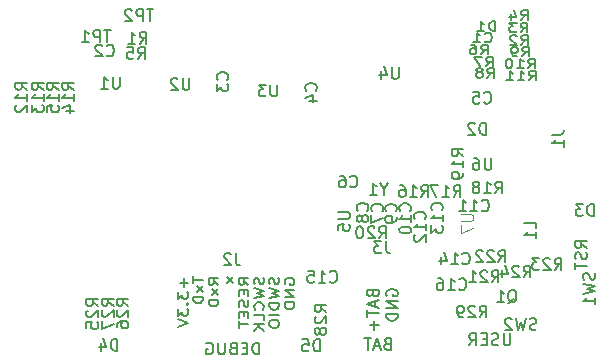
<source format=gbr>
%TF.GenerationSoftware,KiCad,Pcbnew,9.0.4*%
%TF.CreationDate,2025-09-08T17:38:28-04:00*%
%TF.ProjectId,CPU1-NRF5340-uBlox-NORA,43505531-2d4e-4524-9635-3334302d7542,A*%
%TF.SameCoordinates,Original*%
%TF.FileFunction,Legend,Bot*%
%TF.FilePolarity,Positive*%
%FSLAX46Y46*%
G04 Gerber Fmt 4.6, Leading zero omitted, Abs format (unit mm)*
G04 Created by KiCad (PCBNEW 9.0.4) date 2025-09-08 17:38:28*
%MOMM*%
%LPD*%
G01*
G04 APERTURE LIST*
%ADD10C,0.150000*%
%ADD11C,0.120000*%
G04 APERTURE END LIST*
D10*
X137479887Y-103221009D02*
X137337030Y-103268628D01*
X137337030Y-103268628D02*
X137289411Y-103316247D01*
X137289411Y-103316247D02*
X137241792Y-103411485D01*
X137241792Y-103411485D02*
X137241792Y-103554342D01*
X137241792Y-103554342D02*
X137289411Y-103649580D01*
X137289411Y-103649580D02*
X137337030Y-103697200D01*
X137337030Y-103697200D02*
X137432268Y-103744819D01*
X137432268Y-103744819D02*
X137813220Y-103744819D01*
X137813220Y-103744819D02*
X137813220Y-102744819D01*
X137813220Y-102744819D02*
X137479887Y-102744819D01*
X137479887Y-102744819D02*
X137384649Y-102792438D01*
X137384649Y-102792438D02*
X137337030Y-102840057D01*
X137337030Y-102840057D02*
X137289411Y-102935295D01*
X137289411Y-102935295D02*
X137289411Y-103030533D01*
X137289411Y-103030533D02*
X137337030Y-103125771D01*
X137337030Y-103125771D02*
X137384649Y-103173390D01*
X137384649Y-103173390D02*
X137479887Y-103221009D01*
X137479887Y-103221009D02*
X137813220Y-103221009D01*
X136860839Y-103459104D02*
X136384649Y-103459104D01*
X136956077Y-103744819D02*
X136622744Y-102744819D01*
X136622744Y-102744819D02*
X136289411Y-103744819D01*
X136098934Y-102744819D02*
X135527506Y-102744819D01*
X135813220Y-103744819D02*
X135813220Y-102744819D01*
X154379819Y-95129207D02*
X153903628Y-94795874D01*
X154379819Y-94557779D02*
X153379819Y-94557779D01*
X153379819Y-94557779D02*
X153379819Y-94938731D01*
X153379819Y-94938731D02*
X153427438Y-95033969D01*
X153427438Y-95033969D02*
X153475057Y-95081588D01*
X153475057Y-95081588D02*
X153570295Y-95129207D01*
X153570295Y-95129207D02*
X153713152Y-95129207D01*
X153713152Y-95129207D02*
X153808390Y-95081588D01*
X153808390Y-95081588D02*
X153856009Y-95033969D01*
X153856009Y-95033969D02*
X153903628Y-94938731D01*
X153903628Y-94938731D02*
X153903628Y-94557779D01*
X154332200Y-95510160D02*
X154379819Y-95653017D01*
X154379819Y-95653017D02*
X154379819Y-95891112D01*
X154379819Y-95891112D02*
X154332200Y-95986350D01*
X154332200Y-95986350D02*
X154284580Y-96033969D01*
X154284580Y-96033969D02*
X154189342Y-96081588D01*
X154189342Y-96081588D02*
X154094104Y-96081588D01*
X154094104Y-96081588D02*
X153998866Y-96033969D01*
X153998866Y-96033969D02*
X153951247Y-95986350D01*
X153951247Y-95986350D02*
X153903628Y-95891112D01*
X153903628Y-95891112D02*
X153856009Y-95700636D01*
X153856009Y-95700636D02*
X153808390Y-95605398D01*
X153808390Y-95605398D02*
X153760771Y-95557779D01*
X153760771Y-95557779D02*
X153665533Y-95510160D01*
X153665533Y-95510160D02*
X153570295Y-95510160D01*
X153570295Y-95510160D02*
X153475057Y-95557779D01*
X153475057Y-95557779D02*
X153427438Y-95605398D01*
X153427438Y-95605398D02*
X153379819Y-95700636D01*
X153379819Y-95700636D02*
X153379819Y-95938731D01*
X153379819Y-95938731D02*
X153427438Y-96081588D01*
X153379819Y-96367303D02*
X153379819Y-96938731D01*
X154379819Y-96653017D02*
X153379819Y-96653017D01*
X120273848Y-97686779D02*
X120273848Y-98448684D01*
X120578610Y-98067731D02*
X119969086Y-98067731D01*
X119778610Y-98829636D02*
X119778610Y-99448683D01*
X119778610Y-99448683D02*
X120083372Y-99115350D01*
X120083372Y-99115350D02*
X120083372Y-99258207D01*
X120083372Y-99258207D02*
X120121467Y-99353445D01*
X120121467Y-99353445D02*
X120159562Y-99401064D01*
X120159562Y-99401064D02*
X120235753Y-99448683D01*
X120235753Y-99448683D02*
X120426229Y-99448683D01*
X120426229Y-99448683D02*
X120502419Y-99401064D01*
X120502419Y-99401064D02*
X120540515Y-99353445D01*
X120540515Y-99353445D02*
X120578610Y-99258207D01*
X120578610Y-99258207D02*
X120578610Y-98972493D01*
X120578610Y-98972493D02*
X120540515Y-98877255D01*
X120540515Y-98877255D02*
X120502419Y-98829636D01*
X120502419Y-99877255D02*
X120540515Y-99924874D01*
X120540515Y-99924874D02*
X120578610Y-99877255D01*
X120578610Y-99877255D02*
X120540515Y-99829636D01*
X120540515Y-99829636D02*
X120502419Y-99877255D01*
X120502419Y-99877255D02*
X120578610Y-99877255D01*
X119778610Y-100258207D02*
X119778610Y-100877254D01*
X119778610Y-100877254D02*
X120083372Y-100543921D01*
X120083372Y-100543921D02*
X120083372Y-100686778D01*
X120083372Y-100686778D02*
X120121467Y-100782016D01*
X120121467Y-100782016D02*
X120159562Y-100829635D01*
X120159562Y-100829635D02*
X120235753Y-100877254D01*
X120235753Y-100877254D02*
X120426229Y-100877254D01*
X120426229Y-100877254D02*
X120502419Y-100829635D01*
X120502419Y-100829635D02*
X120540515Y-100782016D01*
X120540515Y-100782016D02*
X120578610Y-100686778D01*
X120578610Y-100686778D02*
X120578610Y-100401064D01*
X120578610Y-100401064D02*
X120540515Y-100305826D01*
X120540515Y-100305826D02*
X120502419Y-100258207D01*
X119778610Y-101162969D02*
X120578610Y-101496302D01*
X120578610Y-101496302D02*
X119778610Y-101829635D01*
X121066565Y-97543922D02*
X121066565Y-98115350D01*
X121866565Y-97829636D02*
X121066565Y-97829636D01*
X121866565Y-98353446D02*
X121333231Y-98877255D01*
X121333231Y-98353446D02*
X121866565Y-98877255D01*
X121866565Y-99258208D02*
X121066565Y-99258208D01*
X121066565Y-99258208D02*
X121066565Y-99496303D01*
X121066565Y-99496303D02*
X121104660Y-99639160D01*
X121104660Y-99639160D02*
X121180850Y-99734398D01*
X121180850Y-99734398D02*
X121257041Y-99782017D01*
X121257041Y-99782017D02*
X121409422Y-99829636D01*
X121409422Y-99829636D02*
X121523708Y-99829636D01*
X121523708Y-99829636D02*
X121676089Y-99782017D01*
X121676089Y-99782017D02*
X121752279Y-99734398D01*
X121752279Y-99734398D02*
X121828470Y-99639160D01*
X121828470Y-99639160D02*
X121866565Y-99496303D01*
X121866565Y-99496303D02*
X121866565Y-99258208D01*
X123154520Y-98258207D02*
X122773567Y-97924874D01*
X123154520Y-97686779D02*
X122354520Y-97686779D01*
X122354520Y-97686779D02*
X122354520Y-98067731D01*
X122354520Y-98067731D02*
X122392615Y-98162969D01*
X122392615Y-98162969D02*
X122430710Y-98210588D01*
X122430710Y-98210588D02*
X122506901Y-98258207D01*
X122506901Y-98258207D02*
X122621186Y-98258207D01*
X122621186Y-98258207D02*
X122697377Y-98210588D01*
X122697377Y-98210588D02*
X122735472Y-98162969D01*
X122735472Y-98162969D02*
X122773567Y-98067731D01*
X122773567Y-98067731D02*
X122773567Y-97686779D01*
X123154520Y-98591541D02*
X122621186Y-99115350D01*
X122621186Y-98591541D02*
X123154520Y-99115350D01*
X123154520Y-99496303D02*
X122354520Y-99496303D01*
X122354520Y-99496303D02*
X122354520Y-99734398D01*
X122354520Y-99734398D02*
X122392615Y-99877255D01*
X122392615Y-99877255D02*
X122468805Y-99972493D01*
X122468805Y-99972493D02*
X122544996Y-100020112D01*
X122544996Y-100020112D02*
X122697377Y-100067731D01*
X122697377Y-100067731D02*
X122811663Y-100067731D01*
X122811663Y-100067731D02*
X122964044Y-100020112D01*
X122964044Y-100020112D02*
X123040234Y-99972493D01*
X123040234Y-99972493D02*
X123116425Y-99877255D01*
X123116425Y-99877255D02*
X123154520Y-99734398D01*
X123154520Y-99734398D02*
X123154520Y-99496303D01*
X124442475Y-97591541D02*
X123909141Y-98115350D01*
X123909141Y-97591541D02*
X124442475Y-98115350D01*
X125730430Y-98258207D02*
X125349477Y-97924874D01*
X125730430Y-97686779D02*
X124930430Y-97686779D01*
X124930430Y-97686779D02*
X124930430Y-98067731D01*
X124930430Y-98067731D02*
X124968525Y-98162969D01*
X124968525Y-98162969D02*
X125006620Y-98210588D01*
X125006620Y-98210588D02*
X125082811Y-98258207D01*
X125082811Y-98258207D02*
X125197096Y-98258207D01*
X125197096Y-98258207D02*
X125273287Y-98210588D01*
X125273287Y-98210588D02*
X125311382Y-98162969D01*
X125311382Y-98162969D02*
X125349477Y-98067731D01*
X125349477Y-98067731D02*
X125349477Y-97686779D01*
X125311382Y-98686779D02*
X125311382Y-99020112D01*
X125730430Y-99162969D02*
X125730430Y-98686779D01*
X125730430Y-98686779D02*
X124930430Y-98686779D01*
X124930430Y-98686779D02*
X124930430Y-99162969D01*
X125692335Y-99543922D02*
X125730430Y-99686779D01*
X125730430Y-99686779D02*
X125730430Y-99924874D01*
X125730430Y-99924874D02*
X125692335Y-100020112D01*
X125692335Y-100020112D02*
X125654239Y-100067731D01*
X125654239Y-100067731D02*
X125578049Y-100115350D01*
X125578049Y-100115350D02*
X125501858Y-100115350D01*
X125501858Y-100115350D02*
X125425668Y-100067731D01*
X125425668Y-100067731D02*
X125387573Y-100020112D01*
X125387573Y-100020112D02*
X125349477Y-99924874D01*
X125349477Y-99924874D02*
X125311382Y-99734398D01*
X125311382Y-99734398D02*
X125273287Y-99639160D01*
X125273287Y-99639160D02*
X125235192Y-99591541D01*
X125235192Y-99591541D02*
X125159001Y-99543922D01*
X125159001Y-99543922D02*
X125082811Y-99543922D01*
X125082811Y-99543922D02*
X125006620Y-99591541D01*
X125006620Y-99591541D02*
X124968525Y-99639160D01*
X124968525Y-99639160D02*
X124930430Y-99734398D01*
X124930430Y-99734398D02*
X124930430Y-99972493D01*
X124930430Y-99972493D02*
X124968525Y-100115350D01*
X125311382Y-100543922D02*
X125311382Y-100877255D01*
X125730430Y-101020112D02*
X125730430Y-100543922D01*
X125730430Y-100543922D02*
X124930430Y-100543922D01*
X124930430Y-100543922D02*
X124930430Y-101020112D01*
X124930430Y-101305827D02*
X124930430Y-101877255D01*
X125730430Y-101591541D02*
X124930430Y-101591541D01*
X126980290Y-97639160D02*
X127018385Y-97782017D01*
X127018385Y-97782017D02*
X127018385Y-98020112D01*
X127018385Y-98020112D02*
X126980290Y-98115350D01*
X126980290Y-98115350D02*
X126942194Y-98162969D01*
X126942194Y-98162969D02*
X126866004Y-98210588D01*
X126866004Y-98210588D02*
X126789813Y-98210588D01*
X126789813Y-98210588D02*
X126713623Y-98162969D01*
X126713623Y-98162969D02*
X126675528Y-98115350D01*
X126675528Y-98115350D02*
X126637432Y-98020112D01*
X126637432Y-98020112D02*
X126599337Y-97829636D01*
X126599337Y-97829636D02*
X126561242Y-97734398D01*
X126561242Y-97734398D02*
X126523147Y-97686779D01*
X126523147Y-97686779D02*
X126446956Y-97639160D01*
X126446956Y-97639160D02*
X126370766Y-97639160D01*
X126370766Y-97639160D02*
X126294575Y-97686779D01*
X126294575Y-97686779D02*
X126256480Y-97734398D01*
X126256480Y-97734398D02*
X126218385Y-97829636D01*
X126218385Y-97829636D02*
X126218385Y-98067731D01*
X126218385Y-98067731D02*
X126256480Y-98210588D01*
X126218385Y-98543922D02*
X127018385Y-98782017D01*
X127018385Y-98782017D02*
X126446956Y-98972493D01*
X126446956Y-98972493D02*
X127018385Y-99162969D01*
X127018385Y-99162969D02*
X126218385Y-99401065D01*
X126942194Y-100353445D02*
X126980290Y-100305826D01*
X126980290Y-100305826D02*
X127018385Y-100162969D01*
X127018385Y-100162969D02*
X127018385Y-100067731D01*
X127018385Y-100067731D02*
X126980290Y-99924874D01*
X126980290Y-99924874D02*
X126904099Y-99829636D01*
X126904099Y-99829636D02*
X126827909Y-99782017D01*
X126827909Y-99782017D02*
X126675528Y-99734398D01*
X126675528Y-99734398D02*
X126561242Y-99734398D01*
X126561242Y-99734398D02*
X126408861Y-99782017D01*
X126408861Y-99782017D02*
X126332670Y-99829636D01*
X126332670Y-99829636D02*
X126256480Y-99924874D01*
X126256480Y-99924874D02*
X126218385Y-100067731D01*
X126218385Y-100067731D02*
X126218385Y-100162969D01*
X126218385Y-100162969D02*
X126256480Y-100305826D01*
X126256480Y-100305826D02*
X126294575Y-100353445D01*
X127018385Y-101258207D02*
X127018385Y-100782017D01*
X127018385Y-100782017D02*
X126218385Y-100782017D01*
X127018385Y-101591541D02*
X126218385Y-101591541D01*
X127018385Y-102162969D02*
X126561242Y-101734398D01*
X126218385Y-102162969D02*
X126675528Y-101591541D01*
X128268245Y-97639160D02*
X128306340Y-97782017D01*
X128306340Y-97782017D02*
X128306340Y-98020112D01*
X128306340Y-98020112D02*
X128268245Y-98115350D01*
X128268245Y-98115350D02*
X128230149Y-98162969D01*
X128230149Y-98162969D02*
X128153959Y-98210588D01*
X128153959Y-98210588D02*
X128077768Y-98210588D01*
X128077768Y-98210588D02*
X128001578Y-98162969D01*
X128001578Y-98162969D02*
X127963483Y-98115350D01*
X127963483Y-98115350D02*
X127925387Y-98020112D01*
X127925387Y-98020112D02*
X127887292Y-97829636D01*
X127887292Y-97829636D02*
X127849197Y-97734398D01*
X127849197Y-97734398D02*
X127811102Y-97686779D01*
X127811102Y-97686779D02*
X127734911Y-97639160D01*
X127734911Y-97639160D02*
X127658721Y-97639160D01*
X127658721Y-97639160D02*
X127582530Y-97686779D01*
X127582530Y-97686779D02*
X127544435Y-97734398D01*
X127544435Y-97734398D02*
X127506340Y-97829636D01*
X127506340Y-97829636D02*
X127506340Y-98067731D01*
X127506340Y-98067731D02*
X127544435Y-98210588D01*
X127506340Y-98543922D02*
X128306340Y-98782017D01*
X128306340Y-98782017D02*
X127734911Y-98972493D01*
X127734911Y-98972493D02*
X128306340Y-99162969D01*
X128306340Y-99162969D02*
X127506340Y-99401065D01*
X128306340Y-99782017D02*
X127506340Y-99782017D01*
X127506340Y-99782017D02*
X127506340Y-100020112D01*
X127506340Y-100020112D02*
X127544435Y-100162969D01*
X127544435Y-100162969D02*
X127620625Y-100258207D01*
X127620625Y-100258207D02*
X127696816Y-100305826D01*
X127696816Y-100305826D02*
X127849197Y-100353445D01*
X127849197Y-100353445D02*
X127963483Y-100353445D01*
X127963483Y-100353445D02*
X128115864Y-100305826D01*
X128115864Y-100305826D02*
X128192054Y-100258207D01*
X128192054Y-100258207D02*
X128268245Y-100162969D01*
X128268245Y-100162969D02*
X128306340Y-100020112D01*
X128306340Y-100020112D02*
X128306340Y-99782017D01*
X128306340Y-100782017D02*
X127506340Y-100782017D01*
X127506340Y-101448683D02*
X127506340Y-101639159D01*
X127506340Y-101639159D02*
X127544435Y-101734397D01*
X127544435Y-101734397D02*
X127620625Y-101829635D01*
X127620625Y-101829635D02*
X127773006Y-101877254D01*
X127773006Y-101877254D02*
X128039673Y-101877254D01*
X128039673Y-101877254D02*
X128192054Y-101829635D01*
X128192054Y-101829635D02*
X128268245Y-101734397D01*
X128268245Y-101734397D02*
X128306340Y-101639159D01*
X128306340Y-101639159D02*
X128306340Y-101448683D01*
X128306340Y-101448683D02*
X128268245Y-101353445D01*
X128268245Y-101353445D02*
X128192054Y-101258207D01*
X128192054Y-101258207D02*
X128039673Y-101210588D01*
X128039673Y-101210588D02*
X127773006Y-101210588D01*
X127773006Y-101210588D02*
X127620625Y-101258207D01*
X127620625Y-101258207D02*
X127544435Y-101353445D01*
X127544435Y-101353445D02*
X127506340Y-101448683D01*
X128832390Y-98210588D02*
X128794295Y-98115350D01*
X128794295Y-98115350D02*
X128794295Y-97972493D01*
X128794295Y-97972493D02*
X128832390Y-97829636D01*
X128832390Y-97829636D02*
X128908580Y-97734398D01*
X128908580Y-97734398D02*
X128984771Y-97686779D01*
X128984771Y-97686779D02*
X129137152Y-97639160D01*
X129137152Y-97639160D02*
X129251438Y-97639160D01*
X129251438Y-97639160D02*
X129403819Y-97686779D01*
X129403819Y-97686779D02*
X129480009Y-97734398D01*
X129480009Y-97734398D02*
X129556200Y-97829636D01*
X129556200Y-97829636D02*
X129594295Y-97972493D01*
X129594295Y-97972493D02*
X129594295Y-98067731D01*
X129594295Y-98067731D02*
X129556200Y-98210588D01*
X129556200Y-98210588D02*
X129518104Y-98258207D01*
X129518104Y-98258207D02*
X129251438Y-98258207D01*
X129251438Y-98258207D02*
X129251438Y-98067731D01*
X129594295Y-98686779D02*
X128794295Y-98686779D01*
X128794295Y-98686779D02*
X129594295Y-99258207D01*
X129594295Y-99258207D02*
X128794295Y-99258207D01*
X129594295Y-99734398D02*
X128794295Y-99734398D01*
X128794295Y-99734398D02*
X128794295Y-99972493D01*
X128794295Y-99972493D02*
X128832390Y-100115350D01*
X128832390Y-100115350D02*
X128908580Y-100210588D01*
X128908580Y-100210588D02*
X128984771Y-100258207D01*
X128984771Y-100258207D02*
X129137152Y-100305826D01*
X129137152Y-100305826D02*
X129251438Y-100305826D01*
X129251438Y-100305826D02*
X129403819Y-100258207D01*
X129403819Y-100258207D02*
X129480009Y-100210588D01*
X129480009Y-100210588D02*
X129556200Y-100115350D01*
X129556200Y-100115350D02*
X129594295Y-99972493D01*
X129594295Y-99972493D02*
X129594295Y-99734398D01*
X147898220Y-102365819D02*
X147898220Y-103175342D01*
X147898220Y-103175342D02*
X147850601Y-103270580D01*
X147850601Y-103270580D02*
X147802982Y-103318200D01*
X147802982Y-103318200D02*
X147707744Y-103365819D01*
X147707744Y-103365819D02*
X147517268Y-103365819D01*
X147517268Y-103365819D02*
X147422030Y-103318200D01*
X147422030Y-103318200D02*
X147374411Y-103270580D01*
X147374411Y-103270580D02*
X147326792Y-103175342D01*
X147326792Y-103175342D02*
X147326792Y-102365819D01*
X146898220Y-103318200D02*
X146755363Y-103365819D01*
X146755363Y-103365819D02*
X146517268Y-103365819D01*
X146517268Y-103365819D02*
X146422030Y-103318200D01*
X146422030Y-103318200D02*
X146374411Y-103270580D01*
X146374411Y-103270580D02*
X146326792Y-103175342D01*
X146326792Y-103175342D02*
X146326792Y-103080104D01*
X146326792Y-103080104D02*
X146374411Y-102984866D01*
X146374411Y-102984866D02*
X146422030Y-102937247D01*
X146422030Y-102937247D02*
X146517268Y-102889628D01*
X146517268Y-102889628D02*
X146707744Y-102842009D01*
X146707744Y-102842009D02*
X146802982Y-102794390D01*
X146802982Y-102794390D02*
X146850601Y-102746771D01*
X146850601Y-102746771D02*
X146898220Y-102651533D01*
X146898220Y-102651533D02*
X146898220Y-102556295D01*
X146898220Y-102556295D02*
X146850601Y-102461057D01*
X146850601Y-102461057D02*
X146802982Y-102413438D01*
X146802982Y-102413438D02*
X146707744Y-102365819D01*
X146707744Y-102365819D02*
X146469649Y-102365819D01*
X146469649Y-102365819D02*
X146326792Y-102413438D01*
X145898220Y-102842009D02*
X145564887Y-102842009D01*
X145422030Y-103365819D02*
X145898220Y-103365819D01*
X145898220Y-103365819D02*
X145898220Y-102365819D01*
X145898220Y-102365819D02*
X145422030Y-102365819D01*
X144422030Y-103365819D02*
X144755363Y-102889628D01*
X144993458Y-103365819D02*
X144993458Y-102365819D01*
X144993458Y-102365819D02*
X144612506Y-102365819D01*
X144612506Y-102365819D02*
X144517268Y-102413438D01*
X144517268Y-102413438D02*
X144469649Y-102461057D01*
X144469649Y-102461057D02*
X144422030Y-102556295D01*
X144422030Y-102556295D02*
X144422030Y-102699152D01*
X144422030Y-102699152D02*
X144469649Y-102794390D01*
X144469649Y-102794390D02*
X144517268Y-102842009D01*
X144517268Y-102842009D02*
X144612506Y-102889628D01*
X144612506Y-102889628D02*
X144993458Y-102889628D01*
X136236065Y-98995112D02*
X136283684Y-99137969D01*
X136283684Y-99137969D02*
X136331303Y-99185588D01*
X136331303Y-99185588D02*
X136426541Y-99233207D01*
X136426541Y-99233207D02*
X136569398Y-99233207D01*
X136569398Y-99233207D02*
X136664636Y-99185588D01*
X136664636Y-99185588D02*
X136712256Y-99137969D01*
X136712256Y-99137969D02*
X136759875Y-99042731D01*
X136759875Y-99042731D02*
X136759875Y-98661779D01*
X136759875Y-98661779D02*
X135759875Y-98661779D01*
X135759875Y-98661779D02*
X135759875Y-98995112D01*
X135759875Y-98995112D02*
X135807494Y-99090350D01*
X135807494Y-99090350D02*
X135855113Y-99137969D01*
X135855113Y-99137969D02*
X135950351Y-99185588D01*
X135950351Y-99185588D02*
X136045589Y-99185588D01*
X136045589Y-99185588D02*
X136140827Y-99137969D01*
X136140827Y-99137969D02*
X136188446Y-99090350D01*
X136188446Y-99090350D02*
X136236065Y-98995112D01*
X136236065Y-98995112D02*
X136236065Y-98661779D01*
X136474160Y-99614160D02*
X136474160Y-100090350D01*
X136759875Y-99518922D02*
X135759875Y-99852255D01*
X135759875Y-99852255D02*
X136759875Y-100185588D01*
X135759875Y-100376065D02*
X135759875Y-100947493D01*
X136759875Y-100661779D02*
X135759875Y-100661779D01*
X136378922Y-101280827D02*
X136378922Y-102042732D01*
X136759875Y-101661779D02*
X135997970Y-101661779D01*
X137417438Y-99185588D02*
X137369819Y-99090350D01*
X137369819Y-99090350D02*
X137369819Y-98947493D01*
X137369819Y-98947493D02*
X137417438Y-98804636D01*
X137417438Y-98804636D02*
X137512676Y-98709398D01*
X137512676Y-98709398D02*
X137607914Y-98661779D01*
X137607914Y-98661779D02*
X137798390Y-98614160D01*
X137798390Y-98614160D02*
X137941247Y-98614160D01*
X137941247Y-98614160D02*
X138131723Y-98661779D01*
X138131723Y-98661779D02*
X138226961Y-98709398D01*
X138226961Y-98709398D02*
X138322200Y-98804636D01*
X138322200Y-98804636D02*
X138369819Y-98947493D01*
X138369819Y-98947493D02*
X138369819Y-99042731D01*
X138369819Y-99042731D02*
X138322200Y-99185588D01*
X138322200Y-99185588D02*
X138274580Y-99233207D01*
X138274580Y-99233207D02*
X137941247Y-99233207D01*
X137941247Y-99233207D02*
X137941247Y-99042731D01*
X138369819Y-99661779D02*
X137369819Y-99661779D01*
X137369819Y-99661779D02*
X138369819Y-100233207D01*
X138369819Y-100233207D02*
X137369819Y-100233207D01*
X138369819Y-100709398D02*
X137369819Y-100709398D01*
X137369819Y-100709398D02*
X137369819Y-100947493D01*
X137369819Y-100947493D02*
X137417438Y-101090350D01*
X137417438Y-101090350D02*
X137512676Y-101185588D01*
X137512676Y-101185588D02*
X137607914Y-101233207D01*
X137607914Y-101233207D02*
X137798390Y-101280826D01*
X137798390Y-101280826D02*
X137941247Y-101280826D01*
X137941247Y-101280826D02*
X138131723Y-101233207D01*
X138131723Y-101233207D02*
X138226961Y-101185588D01*
X138226961Y-101185588D02*
X138322200Y-101090350D01*
X138322200Y-101090350D02*
X138369819Y-100947493D01*
X138369819Y-100947493D02*
X138369819Y-100709398D01*
X126638220Y-104144819D02*
X126638220Y-103144819D01*
X126638220Y-103144819D02*
X126400125Y-103144819D01*
X126400125Y-103144819D02*
X126257268Y-103192438D01*
X126257268Y-103192438D02*
X126162030Y-103287676D01*
X126162030Y-103287676D02*
X126114411Y-103382914D01*
X126114411Y-103382914D02*
X126066792Y-103573390D01*
X126066792Y-103573390D02*
X126066792Y-103716247D01*
X126066792Y-103716247D02*
X126114411Y-103906723D01*
X126114411Y-103906723D02*
X126162030Y-104001961D01*
X126162030Y-104001961D02*
X126257268Y-104097200D01*
X126257268Y-104097200D02*
X126400125Y-104144819D01*
X126400125Y-104144819D02*
X126638220Y-104144819D01*
X125638220Y-103621009D02*
X125304887Y-103621009D01*
X125162030Y-104144819D02*
X125638220Y-104144819D01*
X125638220Y-104144819D02*
X125638220Y-103144819D01*
X125638220Y-103144819D02*
X125162030Y-103144819D01*
X124400125Y-103621009D02*
X124257268Y-103668628D01*
X124257268Y-103668628D02*
X124209649Y-103716247D01*
X124209649Y-103716247D02*
X124162030Y-103811485D01*
X124162030Y-103811485D02*
X124162030Y-103954342D01*
X124162030Y-103954342D02*
X124209649Y-104049580D01*
X124209649Y-104049580D02*
X124257268Y-104097200D01*
X124257268Y-104097200D02*
X124352506Y-104144819D01*
X124352506Y-104144819D02*
X124733458Y-104144819D01*
X124733458Y-104144819D02*
X124733458Y-103144819D01*
X124733458Y-103144819D02*
X124400125Y-103144819D01*
X124400125Y-103144819D02*
X124304887Y-103192438D01*
X124304887Y-103192438D02*
X124257268Y-103240057D01*
X124257268Y-103240057D02*
X124209649Y-103335295D01*
X124209649Y-103335295D02*
X124209649Y-103430533D01*
X124209649Y-103430533D02*
X124257268Y-103525771D01*
X124257268Y-103525771D02*
X124304887Y-103573390D01*
X124304887Y-103573390D02*
X124400125Y-103621009D01*
X124400125Y-103621009D02*
X124733458Y-103621009D01*
X123733458Y-103144819D02*
X123733458Y-103954342D01*
X123733458Y-103954342D02*
X123685839Y-104049580D01*
X123685839Y-104049580D02*
X123638220Y-104097200D01*
X123638220Y-104097200D02*
X123542982Y-104144819D01*
X123542982Y-104144819D02*
X123352506Y-104144819D01*
X123352506Y-104144819D02*
X123257268Y-104097200D01*
X123257268Y-104097200D02*
X123209649Y-104049580D01*
X123209649Y-104049580D02*
X123162030Y-103954342D01*
X123162030Y-103954342D02*
X123162030Y-103144819D01*
X122162030Y-103192438D02*
X122257268Y-103144819D01*
X122257268Y-103144819D02*
X122400125Y-103144819D01*
X122400125Y-103144819D02*
X122542982Y-103192438D01*
X122542982Y-103192438D02*
X122638220Y-103287676D01*
X122638220Y-103287676D02*
X122685839Y-103382914D01*
X122685839Y-103382914D02*
X122733458Y-103573390D01*
X122733458Y-103573390D02*
X122733458Y-103716247D01*
X122733458Y-103716247D02*
X122685839Y-103906723D01*
X122685839Y-103906723D02*
X122638220Y-104001961D01*
X122638220Y-104001961D02*
X122542982Y-104097200D01*
X122542982Y-104097200D02*
X122400125Y-104144819D01*
X122400125Y-104144819D02*
X122304887Y-104144819D01*
X122304887Y-104144819D02*
X122162030Y-104097200D01*
X122162030Y-104097200D02*
X122114411Y-104049580D01*
X122114411Y-104049580D02*
X122114411Y-103716247D01*
X122114411Y-103716247D02*
X122304887Y-103716247D01*
X137373333Y-94574819D02*
X137373333Y-95289104D01*
X137373333Y-95289104D02*
X137420952Y-95431961D01*
X137420952Y-95431961D02*
X137516190Y-95527200D01*
X137516190Y-95527200D02*
X137659047Y-95574819D01*
X137659047Y-95574819D02*
X137754285Y-95574819D01*
X136992380Y-94574819D02*
X136373333Y-94574819D01*
X136373333Y-94574819D02*
X136706666Y-94955771D01*
X136706666Y-94955771D02*
X136563809Y-94955771D01*
X136563809Y-94955771D02*
X136468571Y-95003390D01*
X136468571Y-95003390D02*
X136420952Y-95051009D01*
X136420952Y-95051009D02*
X136373333Y-95146247D01*
X136373333Y-95146247D02*
X136373333Y-95384342D01*
X136373333Y-95384342D02*
X136420952Y-95479580D01*
X136420952Y-95479580D02*
X136468571Y-95527200D01*
X136468571Y-95527200D02*
X136563809Y-95574819D01*
X136563809Y-95574819D02*
X136849523Y-95574819D01*
X136849523Y-95574819D02*
X136944761Y-95527200D01*
X136944761Y-95527200D02*
X136992380Y-95479580D01*
X145292857Y-101004819D02*
X145626190Y-100528628D01*
X145864285Y-101004819D02*
X145864285Y-100004819D01*
X145864285Y-100004819D02*
X145483333Y-100004819D01*
X145483333Y-100004819D02*
X145388095Y-100052438D01*
X145388095Y-100052438D02*
X145340476Y-100100057D01*
X145340476Y-100100057D02*
X145292857Y-100195295D01*
X145292857Y-100195295D02*
X145292857Y-100338152D01*
X145292857Y-100338152D02*
X145340476Y-100433390D01*
X145340476Y-100433390D02*
X145388095Y-100481009D01*
X145388095Y-100481009D02*
X145483333Y-100528628D01*
X145483333Y-100528628D02*
X145864285Y-100528628D01*
X144911904Y-100100057D02*
X144864285Y-100052438D01*
X144864285Y-100052438D02*
X144769047Y-100004819D01*
X144769047Y-100004819D02*
X144530952Y-100004819D01*
X144530952Y-100004819D02*
X144435714Y-100052438D01*
X144435714Y-100052438D02*
X144388095Y-100100057D01*
X144388095Y-100100057D02*
X144340476Y-100195295D01*
X144340476Y-100195295D02*
X144340476Y-100290533D01*
X144340476Y-100290533D02*
X144388095Y-100433390D01*
X144388095Y-100433390D02*
X144959523Y-101004819D01*
X144959523Y-101004819D02*
X144340476Y-101004819D01*
X143864285Y-101004819D02*
X143673809Y-101004819D01*
X143673809Y-101004819D02*
X143578571Y-100957200D01*
X143578571Y-100957200D02*
X143530952Y-100909580D01*
X143530952Y-100909580D02*
X143435714Y-100766723D01*
X143435714Y-100766723D02*
X143388095Y-100576247D01*
X143388095Y-100576247D02*
X143388095Y-100195295D01*
X143388095Y-100195295D02*
X143435714Y-100100057D01*
X143435714Y-100100057D02*
X143483333Y-100052438D01*
X143483333Y-100052438D02*
X143578571Y-100004819D01*
X143578571Y-100004819D02*
X143769047Y-100004819D01*
X143769047Y-100004819D02*
X143864285Y-100052438D01*
X143864285Y-100052438D02*
X143911904Y-100100057D01*
X143911904Y-100100057D02*
X143959523Y-100195295D01*
X143959523Y-100195295D02*
X143959523Y-100433390D01*
X143959523Y-100433390D02*
X143911904Y-100528628D01*
X143911904Y-100528628D02*
X143864285Y-100576247D01*
X143864285Y-100576247D02*
X143769047Y-100623866D01*
X143769047Y-100623866D02*
X143578571Y-100623866D01*
X143578571Y-100623866D02*
X143483333Y-100576247D01*
X143483333Y-100576247D02*
X143435714Y-100528628D01*
X143435714Y-100528628D02*
X143388095Y-100433390D01*
X137034580Y-92008333D02*
X137082200Y-91960714D01*
X137082200Y-91960714D02*
X137129819Y-91817857D01*
X137129819Y-91817857D02*
X137129819Y-91722619D01*
X137129819Y-91722619D02*
X137082200Y-91579762D01*
X137082200Y-91579762D02*
X136986961Y-91484524D01*
X136986961Y-91484524D02*
X136891723Y-91436905D01*
X136891723Y-91436905D02*
X136701247Y-91389286D01*
X136701247Y-91389286D02*
X136558390Y-91389286D01*
X136558390Y-91389286D02*
X136367914Y-91436905D01*
X136367914Y-91436905D02*
X136272676Y-91484524D01*
X136272676Y-91484524D02*
X136177438Y-91579762D01*
X136177438Y-91579762D02*
X136129819Y-91722619D01*
X136129819Y-91722619D02*
X136129819Y-91817857D01*
X136129819Y-91817857D02*
X136177438Y-91960714D01*
X136177438Y-91960714D02*
X136225057Y-92008333D01*
X136129819Y-92341667D02*
X136129819Y-93008333D01*
X136129819Y-93008333D02*
X137129819Y-92579762D01*
X146638094Y-76737295D02*
X146638094Y-75937295D01*
X146638094Y-75937295D02*
X146399999Y-75937295D01*
X146399999Y-75937295D02*
X146257142Y-75975390D01*
X146257142Y-75975390D02*
X146161904Y-76051580D01*
X146161904Y-76051580D02*
X146114285Y-76127771D01*
X146114285Y-76127771D02*
X146066666Y-76280152D01*
X146066666Y-76280152D02*
X146066666Y-76394438D01*
X146066666Y-76394438D02*
X146114285Y-76546819D01*
X146114285Y-76546819D02*
X146161904Y-76623009D01*
X146161904Y-76623009D02*
X146257142Y-76699200D01*
X146257142Y-76699200D02*
X146399999Y-76737295D01*
X146399999Y-76737295D02*
X146638094Y-76737295D01*
X145114285Y-76737295D02*
X145685713Y-76737295D01*
X145399999Y-76737295D02*
X145399999Y-75937295D01*
X145399999Y-75937295D02*
X145495237Y-76051580D01*
X145495237Y-76051580D02*
X145590475Y-76127771D01*
X145590475Y-76127771D02*
X145685713Y-76165866D01*
X139409580Y-91982142D02*
X139457200Y-91934523D01*
X139457200Y-91934523D02*
X139504819Y-91791666D01*
X139504819Y-91791666D02*
X139504819Y-91696428D01*
X139504819Y-91696428D02*
X139457200Y-91553571D01*
X139457200Y-91553571D02*
X139361961Y-91458333D01*
X139361961Y-91458333D02*
X139266723Y-91410714D01*
X139266723Y-91410714D02*
X139076247Y-91363095D01*
X139076247Y-91363095D02*
X138933390Y-91363095D01*
X138933390Y-91363095D02*
X138742914Y-91410714D01*
X138742914Y-91410714D02*
X138647676Y-91458333D01*
X138647676Y-91458333D02*
X138552438Y-91553571D01*
X138552438Y-91553571D02*
X138504819Y-91696428D01*
X138504819Y-91696428D02*
X138504819Y-91791666D01*
X138504819Y-91791666D02*
X138552438Y-91934523D01*
X138552438Y-91934523D02*
X138600057Y-91982142D01*
X139504819Y-92934523D02*
X139504819Y-92363095D01*
X139504819Y-92648809D02*
X138504819Y-92648809D01*
X138504819Y-92648809D02*
X138647676Y-92553571D01*
X138647676Y-92553571D02*
X138742914Y-92458333D01*
X138742914Y-92458333D02*
X138790533Y-92363095D01*
X138504819Y-93553571D02*
X138504819Y-93648809D01*
X138504819Y-93648809D02*
X138552438Y-93744047D01*
X138552438Y-93744047D02*
X138600057Y-93791666D01*
X138600057Y-93791666D02*
X138695295Y-93839285D01*
X138695295Y-93839285D02*
X138885771Y-93886904D01*
X138885771Y-93886904D02*
X139123866Y-93886904D01*
X139123866Y-93886904D02*
X139314342Y-93839285D01*
X139314342Y-93839285D02*
X139409580Y-93791666D01*
X139409580Y-93791666D02*
X139457200Y-93744047D01*
X139457200Y-93744047D02*
X139504819Y-93648809D01*
X139504819Y-93648809D02*
X139504819Y-93553571D01*
X139504819Y-93553571D02*
X139457200Y-93458333D01*
X139457200Y-93458333D02*
X139409580Y-93410714D01*
X139409580Y-93410714D02*
X139314342Y-93363095D01*
X139314342Y-93363095D02*
X139123866Y-93315476D01*
X139123866Y-93315476D02*
X138885771Y-93315476D01*
X138885771Y-93315476D02*
X138695295Y-93363095D01*
X138695295Y-93363095D02*
X138600057Y-93410714D01*
X138600057Y-93410714D02*
X138552438Y-93458333D01*
X138552438Y-93458333D02*
X138504819Y-93553571D01*
X143092857Y-90804819D02*
X143426190Y-90328628D01*
X143664285Y-90804819D02*
X143664285Y-89804819D01*
X143664285Y-89804819D02*
X143283333Y-89804819D01*
X143283333Y-89804819D02*
X143188095Y-89852438D01*
X143188095Y-89852438D02*
X143140476Y-89900057D01*
X143140476Y-89900057D02*
X143092857Y-89995295D01*
X143092857Y-89995295D02*
X143092857Y-90138152D01*
X143092857Y-90138152D02*
X143140476Y-90233390D01*
X143140476Y-90233390D02*
X143188095Y-90281009D01*
X143188095Y-90281009D02*
X143283333Y-90328628D01*
X143283333Y-90328628D02*
X143664285Y-90328628D01*
X142140476Y-90804819D02*
X142711904Y-90804819D01*
X142426190Y-90804819D02*
X142426190Y-89804819D01*
X142426190Y-89804819D02*
X142521428Y-89947676D01*
X142521428Y-89947676D02*
X142616666Y-90042914D01*
X142616666Y-90042914D02*
X142711904Y-90090533D01*
X141807142Y-89804819D02*
X141140476Y-89804819D01*
X141140476Y-89804819D02*
X141569047Y-90804819D01*
X133325819Y-92099695D02*
X134135342Y-92099695D01*
X134135342Y-92099695D02*
X134230580Y-92147314D01*
X134230580Y-92147314D02*
X134278200Y-92194933D01*
X134278200Y-92194933D02*
X134325819Y-92290171D01*
X134325819Y-92290171D02*
X134325819Y-92480647D01*
X134325819Y-92480647D02*
X134278200Y-92575885D01*
X134278200Y-92575885D02*
X134230580Y-92623504D01*
X134230580Y-92623504D02*
X134135342Y-92671123D01*
X134135342Y-92671123D02*
X133325819Y-92671123D01*
X133325819Y-93623504D02*
X133325819Y-93147314D01*
X133325819Y-93147314D02*
X133802009Y-93099695D01*
X133802009Y-93099695D02*
X133754390Y-93147314D01*
X133754390Y-93147314D02*
X133706771Y-93242552D01*
X133706771Y-93242552D02*
X133706771Y-93480647D01*
X133706771Y-93480647D02*
X133754390Y-93575885D01*
X133754390Y-93575885D02*
X133802009Y-93623504D01*
X133802009Y-93623504D02*
X133897247Y-93671123D01*
X133897247Y-93671123D02*
X134135342Y-93671123D01*
X134135342Y-93671123D02*
X134230580Y-93623504D01*
X134230580Y-93623504D02*
X134278200Y-93575885D01*
X134278200Y-93575885D02*
X134325819Y-93480647D01*
X134325819Y-93480647D02*
X134325819Y-93242552D01*
X134325819Y-93242552D02*
X134278200Y-93147314D01*
X134278200Y-93147314D02*
X134230580Y-93099695D01*
X151404819Y-85541666D02*
X152119104Y-85541666D01*
X152119104Y-85541666D02*
X152261961Y-85494047D01*
X152261961Y-85494047D02*
X152357200Y-85398809D01*
X152357200Y-85398809D02*
X152404819Y-85255952D01*
X152404819Y-85255952D02*
X152404819Y-85160714D01*
X152404819Y-86541666D02*
X152404819Y-85970238D01*
X152404819Y-86255952D02*
X151404819Y-86255952D01*
X151404819Y-86255952D02*
X151547676Y-86160714D01*
X151547676Y-86160714D02*
X151642914Y-86065476D01*
X151642914Y-86065476D02*
X151690533Y-85970238D01*
X148916666Y-78912295D02*
X149249999Y-78531342D01*
X149488094Y-78912295D02*
X149488094Y-78112295D01*
X149488094Y-78112295D02*
X149107142Y-78112295D01*
X149107142Y-78112295D02*
X149011904Y-78150390D01*
X149011904Y-78150390D02*
X148964285Y-78188485D01*
X148964285Y-78188485D02*
X148916666Y-78264676D01*
X148916666Y-78264676D02*
X148916666Y-78378961D01*
X148916666Y-78378961D02*
X148964285Y-78455152D01*
X148964285Y-78455152D02*
X149011904Y-78493247D01*
X149011904Y-78493247D02*
X149107142Y-78531342D01*
X149107142Y-78531342D02*
X149488094Y-78531342D01*
X148440475Y-78912295D02*
X148249999Y-78912295D01*
X148249999Y-78912295D02*
X148154761Y-78874200D01*
X148154761Y-78874200D02*
X148107142Y-78836104D01*
X148107142Y-78836104D02*
X148011904Y-78721819D01*
X148011904Y-78721819D02*
X147964285Y-78569438D01*
X147964285Y-78569438D02*
X147964285Y-78264676D01*
X147964285Y-78264676D02*
X148011904Y-78188485D01*
X148011904Y-78188485D02*
X148059523Y-78150390D01*
X148059523Y-78150390D02*
X148154761Y-78112295D01*
X148154761Y-78112295D02*
X148345237Y-78112295D01*
X148345237Y-78112295D02*
X148440475Y-78150390D01*
X148440475Y-78150390D02*
X148488094Y-78188485D01*
X148488094Y-78188485D02*
X148535713Y-78264676D01*
X148535713Y-78264676D02*
X148535713Y-78455152D01*
X148535713Y-78455152D02*
X148488094Y-78531342D01*
X148488094Y-78531342D02*
X148440475Y-78569438D01*
X148440475Y-78569438D02*
X148345237Y-78607533D01*
X148345237Y-78607533D02*
X148154761Y-78607533D01*
X148154761Y-78607533D02*
X148059523Y-78569438D01*
X148059523Y-78569438D02*
X148011904Y-78531342D01*
X148011904Y-78531342D02*
X147964285Y-78455152D01*
X151646498Y-96979819D02*
X151979831Y-96503628D01*
X152217926Y-96979819D02*
X152217926Y-95979819D01*
X152217926Y-95979819D02*
X151836974Y-95979819D01*
X151836974Y-95979819D02*
X151741736Y-96027438D01*
X151741736Y-96027438D02*
X151694117Y-96075057D01*
X151694117Y-96075057D02*
X151646498Y-96170295D01*
X151646498Y-96170295D02*
X151646498Y-96313152D01*
X151646498Y-96313152D02*
X151694117Y-96408390D01*
X151694117Y-96408390D02*
X151741736Y-96456009D01*
X151741736Y-96456009D02*
X151836974Y-96503628D01*
X151836974Y-96503628D02*
X152217926Y-96503628D01*
X151265545Y-96075057D02*
X151217926Y-96027438D01*
X151217926Y-96027438D02*
X151122688Y-95979819D01*
X151122688Y-95979819D02*
X150884593Y-95979819D01*
X150884593Y-95979819D02*
X150789355Y-96027438D01*
X150789355Y-96027438D02*
X150741736Y-96075057D01*
X150741736Y-96075057D02*
X150694117Y-96170295D01*
X150694117Y-96170295D02*
X150694117Y-96265533D01*
X150694117Y-96265533D02*
X150741736Y-96408390D01*
X150741736Y-96408390D02*
X151313164Y-96979819D01*
X151313164Y-96979819D02*
X150694117Y-96979819D01*
X150360783Y-95979819D02*
X149741736Y-95979819D01*
X149741736Y-95979819D02*
X150075069Y-96360771D01*
X150075069Y-96360771D02*
X149932212Y-96360771D01*
X149932212Y-96360771D02*
X149836974Y-96408390D01*
X149836974Y-96408390D02*
X149789355Y-96456009D01*
X149789355Y-96456009D02*
X149741736Y-96551247D01*
X149741736Y-96551247D02*
X149741736Y-96789342D01*
X149741736Y-96789342D02*
X149789355Y-96884580D01*
X149789355Y-96884580D02*
X149836974Y-96932200D01*
X149836974Y-96932200D02*
X149932212Y-96979819D01*
X149932212Y-96979819D02*
X150217926Y-96979819D01*
X150217926Y-96979819D02*
X150313164Y-96932200D01*
X150313164Y-96932200D02*
X150360783Y-96884580D01*
X114061904Y-76704819D02*
X113490476Y-76704819D01*
X113776190Y-77704819D02*
X113776190Y-76704819D01*
X113157142Y-77704819D02*
X113157142Y-76704819D01*
X113157142Y-76704819D02*
X112776190Y-76704819D01*
X112776190Y-76704819D02*
X112680952Y-76752438D01*
X112680952Y-76752438D02*
X112633333Y-76800057D01*
X112633333Y-76800057D02*
X112585714Y-76895295D01*
X112585714Y-76895295D02*
X112585714Y-77038152D01*
X112585714Y-77038152D02*
X112633333Y-77133390D01*
X112633333Y-77133390D02*
X112680952Y-77181009D01*
X112680952Y-77181009D02*
X112776190Y-77228628D01*
X112776190Y-77228628D02*
X113157142Y-77228628D01*
X111633333Y-77704819D02*
X112204761Y-77704819D01*
X111919047Y-77704819D02*
X111919047Y-76704819D01*
X111919047Y-76704819D02*
X112014285Y-76847676D01*
X112014285Y-76847676D02*
X112109523Y-76942914D01*
X112109523Y-76942914D02*
X112204761Y-76990533D01*
X142109580Y-91932142D02*
X142157200Y-91884523D01*
X142157200Y-91884523D02*
X142204819Y-91741666D01*
X142204819Y-91741666D02*
X142204819Y-91646428D01*
X142204819Y-91646428D02*
X142157200Y-91503571D01*
X142157200Y-91503571D02*
X142061961Y-91408333D01*
X142061961Y-91408333D02*
X141966723Y-91360714D01*
X141966723Y-91360714D02*
X141776247Y-91313095D01*
X141776247Y-91313095D02*
X141633390Y-91313095D01*
X141633390Y-91313095D02*
X141442914Y-91360714D01*
X141442914Y-91360714D02*
X141347676Y-91408333D01*
X141347676Y-91408333D02*
X141252438Y-91503571D01*
X141252438Y-91503571D02*
X141204819Y-91646428D01*
X141204819Y-91646428D02*
X141204819Y-91741666D01*
X141204819Y-91741666D02*
X141252438Y-91884523D01*
X141252438Y-91884523D02*
X141300057Y-91932142D01*
X142204819Y-92884523D02*
X142204819Y-92313095D01*
X142204819Y-92598809D02*
X141204819Y-92598809D01*
X141204819Y-92598809D02*
X141347676Y-92503571D01*
X141347676Y-92503571D02*
X141442914Y-92408333D01*
X141442914Y-92408333D02*
X141490533Y-92313095D01*
X141204819Y-93217857D02*
X141204819Y-93836904D01*
X141204819Y-93836904D02*
X141585771Y-93503571D01*
X141585771Y-93503571D02*
X141585771Y-93646428D01*
X141585771Y-93646428D02*
X141633390Y-93741666D01*
X141633390Y-93741666D02*
X141681009Y-93789285D01*
X141681009Y-93789285D02*
X141776247Y-93836904D01*
X141776247Y-93836904D02*
X142014342Y-93836904D01*
X142014342Y-93836904D02*
X142109580Y-93789285D01*
X142109580Y-93789285D02*
X142157200Y-93741666D01*
X142157200Y-93741666D02*
X142204819Y-93646428D01*
X142204819Y-93646428D02*
X142204819Y-93360714D01*
X142204819Y-93360714D02*
X142157200Y-93265476D01*
X142157200Y-93265476D02*
X142109580Y-93217857D01*
X143842857Y-96434580D02*
X143890476Y-96482200D01*
X143890476Y-96482200D02*
X144033333Y-96529819D01*
X144033333Y-96529819D02*
X144128571Y-96529819D01*
X144128571Y-96529819D02*
X144271428Y-96482200D01*
X144271428Y-96482200D02*
X144366666Y-96386961D01*
X144366666Y-96386961D02*
X144414285Y-96291723D01*
X144414285Y-96291723D02*
X144461904Y-96101247D01*
X144461904Y-96101247D02*
X144461904Y-95958390D01*
X144461904Y-95958390D02*
X144414285Y-95767914D01*
X144414285Y-95767914D02*
X144366666Y-95672676D01*
X144366666Y-95672676D02*
X144271428Y-95577438D01*
X144271428Y-95577438D02*
X144128571Y-95529819D01*
X144128571Y-95529819D02*
X144033333Y-95529819D01*
X144033333Y-95529819D02*
X143890476Y-95577438D01*
X143890476Y-95577438D02*
X143842857Y-95625057D01*
X142890476Y-96529819D02*
X143461904Y-96529819D01*
X143176190Y-96529819D02*
X143176190Y-95529819D01*
X143176190Y-95529819D02*
X143271428Y-95672676D01*
X143271428Y-95672676D02*
X143366666Y-95767914D01*
X143366666Y-95767914D02*
X143461904Y-95815533D01*
X142033333Y-95863152D02*
X142033333Y-96529819D01*
X142271428Y-95482200D02*
X142509523Y-96196485D01*
X142509523Y-96196485D02*
X141890476Y-96196485D01*
X131434580Y-81800497D02*
X131482200Y-81752878D01*
X131482200Y-81752878D02*
X131529819Y-81610021D01*
X131529819Y-81610021D02*
X131529819Y-81514783D01*
X131529819Y-81514783D02*
X131482200Y-81371926D01*
X131482200Y-81371926D02*
X131386961Y-81276688D01*
X131386961Y-81276688D02*
X131291723Y-81229069D01*
X131291723Y-81229069D02*
X131101247Y-81181450D01*
X131101247Y-81181450D02*
X130958390Y-81181450D01*
X130958390Y-81181450D02*
X130767914Y-81229069D01*
X130767914Y-81229069D02*
X130672676Y-81276688D01*
X130672676Y-81276688D02*
X130577438Y-81371926D01*
X130577438Y-81371926D02*
X130529819Y-81514783D01*
X130529819Y-81514783D02*
X130529819Y-81610021D01*
X130529819Y-81610021D02*
X130577438Y-81752878D01*
X130577438Y-81752878D02*
X130625057Y-81800497D01*
X130863152Y-82657640D02*
X131529819Y-82657640D01*
X130482200Y-82419545D02*
X131196485Y-82181450D01*
X131196485Y-82181450D02*
X131196485Y-82800497D01*
X128161904Y-81304819D02*
X128161904Y-82114342D01*
X128161904Y-82114342D02*
X128114285Y-82209580D01*
X128114285Y-82209580D02*
X128066666Y-82257200D01*
X128066666Y-82257200D02*
X127971428Y-82304819D01*
X127971428Y-82304819D02*
X127780952Y-82304819D01*
X127780952Y-82304819D02*
X127685714Y-82257200D01*
X127685714Y-82257200D02*
X127638095Y-82209580D01*
X127638095Y-82209580D02*
X127590476Y-82114342D01*
X127590476Y-82114342D02*
X127590476Y-81304819D01*
X127209523Y-81304819D02*
X126590476Y-81304819D01*
X126590476Y-81304819D02*
X126923809Y-81685771D01*
X126923809Y-81685771D02*
X126780952Y-81685771D01*
X126780952Y-81685771D02*
X126685714Y-81733390D01*
X126685714Y-81733390D02*
X126638095Y-81781009D01*
X126638095Y-81781009D02*
X126590476Y-81876247D01*
X126590476Y-81876247D02*
X126590476Y-82114342D01*
X126590476Y-82114342D02*
X126638095Y-82209580D01*
X126638095Y-82209580D02*
X126685714Y-82257200D01*
X126685714Y-82257200D02*
X126780952Y-82304819D01*
X126780952Y-82304819D02*
X127066666Y-82304819D01*
X127066666Y-82304819D02*
X127161904Y-82257200D01*
X127161904Y-82257200D02*
X127209523Y-82209580D01*
X124658333Y-95579819D02*
X124658333Y-96294104D01*
X124658333Y-96294104D02*
X124705952Y-96436961D01*
X124705952Y-96436961D02*
X124801190Y-96532200D01*
X124801190Y-96532200D02*
X124944047Y-96579819D01*
X124944047Y-96579819D02*
X125039285Y-96579819D01*
X124229761Y-95675057D02*
X124182142Y-95627438D01*
X124182142Y-95627438D02*
X124086904Y-95579819D01*
X124086904Y-95579819D02*
X123848809Y-95579819D01*
X123848809Y-95579819D02*
X123753571Y-95627438D01*
X123753571Y-95627438D02*
X123705952Y-95675057D01*
X123705952Y-95675057D02*
X123658333Y-95770295D01*
X123658333Y-95770295D02*
X123658333Y-95865533D01*
X123658333Y-95865533D02*
X123705952Y-96008390D01*
X123705952Y-96008390D02*
X124277380Y-96579819D01*
X124277380Y-96579819D02*
X123658333Y-96579819D01*
X140634580Y-92682142D02*
X140682200Y-92634523D01*
X140682200Y-92634523D02*
X140729819Y-92491666D01*
X140729819Y-92491666D02*
X140729819Y-92396428D01*
X140729819Y-92396428D02*
X140682200Y-92253571D01*
X140682200Y-92253571D02*
X140586961Y-92158333D01*
X140586961Y-92158333D02*
X140491723Y-92110714D01*
X140491723Y-92110714D02*
X140301247Y-92063095D01*
X140301247Y-92063095D02*
X140158390Y-92063095D01*
X140158390Y-92063095D02*
X139967914Y-92110714D01*
X139967914Y-92110714D02*
X139872676Y-92158333D01*
X139872676Y-92158333D02*
X139777438Y-92253571D01*
X139777438Y-92253571D02*
X139729819Y-92396428D01*
X139729819Y-92396428D02*
X139729819Y-92491666D01*
X139729819Y-92491666D02*
X139777438Y-92634523D01*
X139777438Y-92634523D02*
X139825057Y-92682142D01*
X140729819Y-93634523D02*
X140729819Y-93063095D01*
X140729819Y-93348809D02*
X139729819Y-93348809D01*
X139729819Y-93348809D02*
X139872676Y-93253571D01*
X139872676Y-93253571D02*
X139967914Y-93158333D01*
X139967914Y-93158333D02*
X140015533Y-93063095D01*
X139825057Y-94015476D02*
X139777438Y-94063095D01*
X139777438Y-94063095D02*
X139729819Y-94158333D01*
X139729819Y-94158333D02*
X139729819Y-94396428D01*
X139729819Y-94396428D02*
X139777438Y-94491666D01*
X139777438Y-94491666D02*
X139825057Y-94539285D01*
X139825057Y-94539285D02*
X139920295Y-94586904D01*
X139920295Y-94586904D02*
X140015533Y-94586904D01*
X140015533Y-94586904D02*
X140158390Y-94539285D01*
X140158390Y-94539285D02*
X140729819Y-93967857D01*
X140729819Y-93967857D02*
X140729819Y-94586904D01*
X114811904Y-80629819D02*
X114811904Y-81439342D01*
X114811904Y-81439342D02*
X114764285Y-81534580D01*
X114764285Y-81534580D02*
X114716666Y-81582200D01*
X114716666Y-81582200D02*
X114621428Y-81629819D01*
X114621428Y-81629819D02*
X114430952Y-81629819D01*
X114430952Y-81629819D02*
X114335714Y-81582200D01*
X114335714Y-81582200D02*
X114288095Y-81534580D01*
X114288095Y-81534580D02*
X114240476Y-81439342D01*
X114240476Y-81439342D02*
X114240476Y-80629819D01*
X113240476Y-81629819D02*
X113811904Y-81629819D01*
X113526190Y-81629819D02*
X113526190Y-80629819D01*
X113526190Y-80629819D02*
X113621428Y-80772676D01*
X113621428Y-80772676D02*
X113716666Y-80867914D01*
X113716666Y-80867914D02*
X113811904Y-80915533D01*
X140367857Y-90804819D02*
X140701190Y-90328628D01*
X140939285Y-90804819D02*
X140939285Y-89804819D01*
X140939285Y-89804819D02*
X140558333Y-89804819D01*
X140558333Y-89804819D02*
X140463095Y-89852438D01*
X140463095Y-89852438D02*
X140415476Y-89900057D01*
X140415476Y-89900057D02*
X140367857Y-89995295D01*
X140367857Y-89995295D02*
X140367857Y-90138152D01*
X140367857Y-90138152D02*
X140415476Y-90233390D01*
X140415476Y-90233390D02*
X140463095Y-90281009D01*
X140463095Y-90281009D02*
X140558333Y-90328628D01*
X140558333Y-90328628D02*
X140939285Y-90328628D01*
X139415476Y-90804819D02*
X139986904Y-90804819D01*
X139701190Y-90804819D02*
X139701190Y-89804819D01*
X139701190Y-89804819D02*
X139796428Y-89947676D01*
X139796428Y-89947676D02*
X139891666Y-90042914D01*
X139891666Y-90042914D02*
X139986904Y-90090533D01*
X138558333Y-89804819D02*
X138748809Y-89804819D01*
X138748809Y-89804819D02*
X138844047Y-89852438D01*
X138844047Y-89852438D02*
X138891666Y-89900057D01*
X138891666Y-89900057D02*
X138986904Y-90042914D01*
X138986904Y-90042914D02*
X139034523Y-90233390D01*
X139034523Y-90233390D02*
X139034523Y-90614342D01*
X139034523Y-90614342D02*
X138986904Y-90709580D01*
X138986904Y-90709580D02*
X138939285Y-90757200D01*
X138939285Y-90757200D02*
X138844047Y-90804819D01*
X138844047Y-90804819D02*
X138653571Y-90804819D01*
X138653571Y-90804819D02*
X138558333Y-90757200D01*
X138558333Y-90757200D02*
X138510714Y-90709580D01*
X138510714Y-90709580D02*
X138463095Y-90614342D01*
X138463095Y-90614342D02*
X138463095Y-90376247D01*
X138463095Y-90376247D02*
X138510714Y-90281009D01*
X138510714Y-90281009D02*
X138558333Y-90233390D01*
X138558333Y-90233390D02*
X138653571Y-90185771D01*
X138653571Y-90185771D02*
X138844047Y-90185771D01*
X138844047Y-90185771D02*
X138939285Y-90233390D01*
X138939285Y-90233390D02*
X138986904Y-90281009D01*
X138986904Y-90281009D02*
X139034523Y-90376247D01*
X115564819Y-100018142D02*
X115088628Y-99684809D01*
X115564819Y-99446714D02*
X114564819Y-99446714D01*
X114564819Y-99446714D02*
X114564819Y-99827666D01*
X114564819Y-99827666D02*
X114612438Y-99922904D01*
X114612438Y-99922904D02*
X114660057Y-99970523D01*
X114660057Y-99970523D02*
X114755295Y-100018142D01*
X114755295Y-100018142D02*
X114898152Y-100018142D01*
X114898152Y-100018142D02*
X114993390Y-99970523D01*
X114993390Y-99970523D02*
X115041009Y-99922904D01*
X115041009Y-99922904D02*
X115088628Y-99827666D01*
X115088628Y-99827666D02*
X115088628Y-99446714D01*
X114660057Y-100399095D02*
X114612438Y-100446714D01*
X114612438Y-100446714D02*
X114564819Y-100541952D01*
X114564819Y-100541952D02*
X114564819Y-100780047D01*
X114564819Y-100780047D02*
X114612438Y-100875285D01*
X114612438Y-100875285D02*
X114660057Y-100922904D01*
X114660057Y-100922904D02*
X114755295Y-100970523D01*
X114755295Y-100970523D02*
X114850533Y-100970523D01*
X114850533Y-100970523D02*
X114993390Y-100922904D01*
X114993390Y-100922904D02*
X115564819Y-100351476D01*
X115564819Y-100351476D02*
X115564819Y-100970523D01*
X114564819Y-101827666D02*
X114564819Y-101637190D01*
X114564819Y-101637190D02*
X114612438Y-101541952D01*
X114612438Y-101541952D02*
X114660057Y-101494333D01*
X114660057Y-101494333D02*
X114802914Y-101399095D01*
X114802914Y-101399095D02*
X114993390Y-101351476D01*
X114993390Y-101351476D02*
X115374342Y-101351476D01*
X115374342Y-101351476D02*
X115469580Y-101399095D01*
X115469580Y-101399095D02*
X115517200Y-101446714D01*
X115517200Y-101446714D02*
X115564819Y-101541952D01*
X115564819Y-101541952D02*
X115564819Y-101732428D01*
X115564819Y-101732428D02*
X115517200Y-101827666D01*
X115517200Y-101827666D02*
X115469580Y-101875285D01*
X115469580Y-101875285D02*
X115374342Y-101922904D01*
X115374342Y-101922904D02*
X115136247Y-101922904D01*
X115136247Y-101922904D02*
X115041009Y-101875285D01*
X115041009Y-101875285D02*
X114993390Y-101827666D01*
X114993390Y-101827666D02*
X114945771Y-101732428D01*
X114945771Y-101732428D02*
X114945771Y-101541952D01*
X114945771Y-101541952D02*
X114993390Y-101446714D01*
X114993390Y-101446714D02*
X115041009Y-101399095D01*
X115041009Y-101399095D02*
X115136247Y-101351476D01*
X149417857Y-79912295D02*
X149751190Y-79531342D01*
X149989285Y-79912295D02*
X149989285Y-79112295D01*
X149989285Y-79112295D02*
X149608333Y-79112295D01*
X149608333Y-79112295D02*
X149513095Y-79150390D01*
X149513095Y-79150390D02*
X149465476Y-79188485D01*
X149465476Y-79188485D02*
X149417857Y-79264676D01*
X149417857Y-79264676D02*
X149417857Y-79378961D01*
X149417857Y-79378961D02*
X149465476Y-79455152D01*
X149465476Y-79455152D02*
X149513095Y-79493247D01*
X149513095Y-79493247D02*
X149608333Y-79531342D01*
X149608333Y-79531342D02*
X149989285Y-79531342D01*
X148465476Y-79912295D02*
X149036904Y-79912295D01*
X148751190Y-79912295D02*
X148751190Y-79112295D01*
X148751190Y-79112295D02*
X148846428Y-79226580D01*
X148846428Y-79226580D02*
X148941666Y-79302771D01*
X148941666Y-79302771D02*
X149036904Y-79340866D01*
X147846428Y-79112295D02*
X147751190Y-79112295D01*
X147751190Y-79112295D02*
X147655952Y-79150390D01*
X147655952Y-79150390D02*
X147608333Y-79188485D01*
X147608333Y-79188485D02*
X147560714Y-79264676D01*
X147560714Y-79264676D02*
X147513095Y-79417057D01*
X147513095Y-79417057D02*
X147513095Y-79607533D01*
X147513095Y-79607533D02*
X147560714Y-79759914D01*
X147560714Y-79759914D02*
X147608333Y-79836104D01*
X147608333Y-79836104D02*
X147655952Y-79874200D01*
X147655952Y-79874200D02*
X147751190Y-79912295D01*
X147751190Y-79912295D02*
X147846428Y-79912295D01*
X147846428Y-79912295D02*
X147941666Y-79874200D01*
X147941666Y-79874200D02*
X147989285Y-79836104D01*
X147989285Y-79836104D02*
X148036904Y-79759914D01*
X148036904Y-79759914D02*
X148084523Y-79607533D01*
X148084523Y-79607533D02*
X148084523Y-79417057D01*
X148084523Y-79417057D02*
X148036904Y-79264676D01*
X148036904Y-79264676D02*
X147989285Y-79188485D01*
X147989285Y-79188485D02*
X147941666Y-79150390D01*
X147941666Y-79150390D02*
X147846428Y-79112295D01*
X145941666Y-80712295D02*
X146274999Y-80331342D01*
X146513094Y-80712295D02*
X146513094Y-79912295D01*
X146513094Y-79912295D02*
X146132142Y-79912295D01*
X146132142Y-79912295D02*
X146036904Y-79950390D01*
X146036904Y-79950390D02*
X145989285Y-79988485D01*
X145989285Y-79988485D02*
X145941666Y-80064676D01*
X145941666Y-80064676D02*
X145941666Y-80178961D01*
X145941666Y-80178961D02*
X145989285Y-80255152D01*
X145989285Y-80255152D02*
X146036904Y-80293247D01*
X146036904Y-80293247D02*
X146132142Y-80331342D01*
X146132142Y-80331342D02*
X146513094Y-80331342D01*
X145370237Y-80255152D02*
X145465475Y-80217057D01*
X145465475Y-80217057D02*
X145513094Y-80178961D01*
X145513094Y-80178961D02*
X145560713Y-80102771D01*
X145560713Y-80102771D02*
X145560713Y-80064676D01*
X145560713Y-80064676D02*
X145513094Y-79988485D01*
X145513094Y-79988485D02*
X145465475Y-79950390D01*
X145465475Y-79950390D02*
X145370237Y-79912295D01*
X145370237Y-79912295D02*
X145179761Y-79912295D01*
X145179761Y-79912295D02*
X145084523Y-79950390D01*
X145084523Y-79950390D02*
X145036904Y-79988485D01*
X145036904Y-79988485D02*
X144989285Y-80064676D01*
X144989285Y-80064676D02*
X144989285Y-80102771D01*
X144989285Y-80102771D02*
X145036904Y-80178961D01*
X145036904Y-80178961D02*
X145084523Y-80217057D01*
X145084523Y-80217057D02*
X145179761Y-80255152D01*
X145179761Y-80255152D02*
X145370237Y-80255152D01*
X145370237Y-80255152D02*
X145465475Y-80293247D01*
X145465475Y-80293247D02*
X145513094Y-80331342D01*
X145513094Y-80331342D02*
X145560713Y-80407533D01*
X145560713Y-80407533D02*
X145560713Y-80559914D01*
X145560713Y-80559914D02*
X145513094Y-80636104D01*
X145513094Y-80636104D02*
X145465475Y-80674200D01*
X145465475Y-80674200D02*
X145370237Y-80712295D01*
X145370237Y-80712295D02*
X145179761Y-80712295D01*
X145179761Y-80712295D02*
X145084523Y-80674200D01*
X145084523Y-80674200D02*
X145036904Y-80636104D01*
X145036904Y-80636104D02*
X144989285Y-80559914D01*
X144989285Y-80559914D02*
X144989285Y-80407533D01*
X144989285Y-80407533D02*
X145036904Y-80331342D01*
X145036904Y-80331342D02*
X145084523Y-80293247D01*
X145084523Y-80293247D02*
X145179761Y-80255152D01*
X143567857Y-98609580D02*
X143615476Y-98657200D01*
X143615476Y-98657200D02*
X143758333Y-98704819D01*
X143758333Y-98704819D02*
X143853571Y-98704819D01*
X143853571Y-98704819D02*
X143996428Y-98657200D01*
X143996428Y-98657200D02*
X144091666Y-98561961D01*
X144091666Y-98561961D02*
X144139285Y-98466723D01*
X144139285Y-98466723D02*
X144186904Y-98276247D01*
X144186904Y-98276247D02*
X144186904Y-98133390D01*
X144186904Y-98133390D02*
X144139285Y-97942914D01*
X144139285Y-97942914D02*
X144091666Y-97847676D01*
X144091666Y-97847676D02*
X143996428Y-97752438D01*
X143996428Y-97752438D02*
X143853571Y-97704819D01*
X143853571Y-97704819D02*
X143758333Y-97704819D01*
X143758333Y-97704819D02*
X143615476Y-97752438D01*
X143615476Y-97752438D02*
X143567857Y-97800057D01*
X142615476Y-98704819D02*
X143186904Y-98704819D01*
X142901190Y-98704819D02*
X142901190Y-97704819D01*
X142901190Y-97704819D02*
X142996428Y-97847676D01*
X142996428Y-97847676D02*
X143091666Y-97942914D01*
X143091666Y-97942914D02*
X143186904Y-97990533D01*
X141758333Y-97704819D02*
X141948809Y-97704819D01*
X141948809Y-97704819D02*
X142044047Y-97752438D01*
X142044047Y-97752438D02*
X142091666Y-97800057D01*
X142091666Y-97800057D02*
X142186904Y-97942914D01*
X142186904Y-97942914D02*
X142234523Y-98133390D01*
X142234523Y-98133390D02*
X142234523Y-98514342D01*
X142234523Y-98514342D02*
X142186904Y-98609580D01*
X142186904Y-98609580D02*
X142139285Y-98657200D01*
X142139285Y-98657200D02*
X142044047Y-98704819D01*
X142044047Y-98704819D02*
X141853571Y-98704819D01*
X141853571Y-98704819D02*
X141758333Y-98657200D01*
X141758333Y-98657200D02*
X141710714Y-98609580D01*
X141710714Y-98609580D02*
X141663095Y-98514342D01*
X141663095Y-98514342D02*
X141663095Y-98276247D01*
X141663095Y-98276247D02*
X141710714Y-98181009D01*
X141710714Y-98181009D02*
X141758333Y-98133390D01*
X141758333Y-98133390D02*
X141853571Y-98085771D01*
X141853571Y-98085771D02*
X142044047Y-98085771D01*
X142044047Y-98085771D02*
X142139285Y-98133390D01*
X142139285Y-98133390D02*
X142186904Y-98181009D01*
X142186904Y-98181009D02*
X142234523Y-98276247D01*
X155042200Y-97237667D02*
X155089819Y-97380524D01*
X155089819Y-97380524D02*
X155089819Y-97618619D01*
X155089819Y-97618619D02*
X155042200Y-97713857D01*
X155042200Y-97713857D02*
X154994580Y-97761476D01*
X154994580Y-97761476D02*
X154899342Y-97809095D01*
X154899342Y-97809095D02*
X154804104Y-97809095D01*
X154804104Y-97809095D02*
X154708866Y-97761476D01*
X154708866Y-97761476D02*
X154661247Y-97713857D01*
X154661247Y-97713857D02*
X154613628Y-97618619D01*
X154613628Y-97618619D02*
X154566009Y-97428143D01*
X154566009Y-97428143D02*
X154518390Y-97332905D01*
X154518390Y-97332905D02*
X154470771Y-97285286D01*
X154470771Y-97285286D02*
X154375533Y-97237667D01*
X154375533Y-97237667D02*
X154280295Y-97237667D01*
X154280295Y-97237667D02*
X154185057Y-97285286D01*
X154185057Y-97285286D02*
X154137438Y-97332905D01*
X154137438Y-97332905D02*
X154089819Y-97428143D01*
X154089819Y-97428143D02*
X154089819Y-97666238D01*
X154089819Y-97666238D02*
X154137438Y-97809095D01*
X154089819Y-98142429D02*
X155089819Y-98380524D01*
X155089819Y-98380524D02*
X154375533Y-98571000D01*
X154375533Y-98571000D02*
X155089819Y-98761476D01*
X155089819Y-98761476D02*
X154089819Y-98999572D01*
X155089819Y-99904333D02*
X155089819Y-99332905D01*
X155089819Y-99618619D02*
X154089819Y-99618619D01*
X154089819Y-99618619D02*
X154232676Y-99523381D01*
X154232676Y-99523381D02*
X154327914Y-99428143D01*
X154327914Y-99428143D02*
X154375533Y-99332905D01*
X123934580Y-80883333D02*
X123982200Y-80835714D01*
X123982200Y-80835714D02*
X124029819Y-80692857D01*
X124029819Y-80692857D02*
X124029819Y-80597619D01*
X124029819Y-80597619D02*
X123982200Y-80454762D01*
X123982200Y-80454762D02*
X123886961Y-80359524D01*
X123886961Y-80359524D02*
X123791723Y-80311905D01*
X123791723Y-80311905D02*
X123601247Y-80264286D01*
X123601247Y-80264286D02*
X123458390Y-80264286D01*
X123458390Y-80264286D02*
X123267914Y-80311905D01*
X123267914Y-80311905D02*
X123172676Y-80359524D01*
X123172676Y-80359524D02*
X123077438Y-80454762D01*
X123077438Y-80454762D02*
X123029819Y-80597619D01*
X123029819Y-80597619D02*
X123029819Y-80692857D01*
X123029819Y-80692857D02*
X123077438Y-80835714D01*
X123077438Y-80835714D02*
X123125057Y-80883333D01*
X123029819Y-81216667D02*
X123029819Y-81835714D01*
X123029819Y-81835714D02*
X123410771Y-81502381D01*
X123410771Y-81502381D02*
X123410771Y-81645238D01*
X123410771Y-81645238D02*
X123458390Y-81740476D01*
X123458390Y-81740476D02*
X123506009Y-81788095D01*
X123506009Y-81788095D02*
X123601247Y-81835714D01*
X123601247Y-81835714D02*
X123839342Y-81835714D01*
X123839342Y-81835714D02*
X123934580Y-81788095D01*
X123934580Y-81788095D02*
X123982200Y-81740476D01*
X123982200Y-81740476D02*
X124029819Y-81645238D01*
X124029819Y-81645238D02*
X124029819Y-81359524D01*
X124029819Y-81359524D02*
X123982200Y-81264286D01*
X123982200Y-81264286D02*
X123934580Y-81216667D01*
X145666666Y-82809580D02*
X145714285Y-82857200D01*
X145714285Y-82857200D02*
X145857142Y-82904819D01*
X145857142Y-82904819D02*
X145952380Y-82904819D01*
X145952380Y-82904819D02*
X146095237Y-82857200D01*
X146095237Y-82857200D02*
X146190475Y-82761961D01*
X146190475Y-82761961D02*
X146238094Y-82666723D01*
X146238094Y-82666723D02*
X146285713Y-82476247D01*
X146285713Y-82476247D02*
X146285713Y-82333390D01*
X146285713Y-82333390D02*
X146238094Y-82142914D01*
X146238094Y-82142914D02*
X146190475Y-82047676D01*
X146190475Y-82047676D02*
X146095237Y-81952438D01*
X146095237Y-81952438D02*
X145952380Y-81904819D01*
X145952380Y-81904819D02*
X145857142Y-81904819D01*
X145857142Y-81904819D02*
X145714285Y-81952438D01*
X145714285Y-81952438D02*
X145666666Y-82000057D01*
X144761904Y-81904819D02*
X145238094Y-81904819D01*
X145238094Y-81904819D02*
X145285713Y-82381009D01*
X145285713Y-82381009D02*
X145238094Y-82333390D01*
X145238094Y-82333390D02*
X145142856Y-82285771D01*
X145142856Y-82285771D02*
X144904761Y-82285771D01*
X144904761Y-82285771D02*
X144809523Y-82333390D01*
X144809523Y-82333390D02*
X144761904Y-82381009D01*
X144761904Y-82381009D02*
X144714285Y-82476247D01*
X144714285Y-82476247D02*
X144714285Y-82714342D01*
X144714285Y-82714342D02*
X144761904Y-82809580D01*
X144761904Y-82809580D02*
X144809523Y-82857200D01*
X144809523Y-82857200D02*
X144904761Y-82904819D01*
X144904761Y-82904819D02*
X145142856Y-82904819D01*
X145142856Y-82904819D02*
X145238094Y-82857200D01*
X145238094Y-82857200D02*
X145285713Y-82809580D01*
X146286904Y-87529819D02*
X146286904Y-88339342D01*
X146286904Y-88339342D02*
X146239285Y-88434580D01*
X146239285Y-88434580D02*
X146191666Y-88482200D01*
X146191666Y-88482200D02*
X146096428Y-88529819D01*
X146096428Y-88529819D02*
X145905952Y-88529819D01*
X145905952Y-88529819D02*
X145810714Y-88482200D01*
X145810714Y-88482200D02*
X145763095Y-88434580D01*
X145763095Y-88434580D02*
X145715476Y-88339342D01*
X145715476Y-88339342D02*
X145715476Y-87529819D01*
X144810714Y-87529819D02*
X145001190Y-87529819D01*
X145001190Y-87529819D02*
X145096428Y-87577438D01*
X145096428Y-87577438D02*
X145144047Y-87625057D01*
X145144047Y-87625057D02*
X145239285Y-87767914D01*
X145239285Y-87767914D02*
X145286904Y-87958390D01*
X145286904Y-87958390D02*
X145286904Y-88339342D01*
X145286904Y-88339342D02*
X145239285Y-88434580D01*
X145239285Y-88434580D02*
X145191666Y-88482200D01*
X145191666Y-88482200D02*
X145096428Y-88529819D01*
X145096428Y-88529819D02*
X144905952Y-88529819D01*
X144905952Y-88529819D02*
X144810714Y-88482200D01*
X144810714Y-88482200D02*
X144763095Y-88434580D01*
X144763095Y-88434580D02*
X144715476Y-88339342D01*
X144715476Y-88339342D02*
X144715476Y-88101247D01*
X144715476Y-88101247D02*
X144763095Y-88006009D01*
X144763095Y-88006009D02*
X144810714Y-87958390D01*
X144810714Y-87958390D02*
X144905952Y-87910771D01*
X144905952Y-87910771D02*
X145096428Y-87910771D01*
X145096428Y-87910771D02*
X145191666Y-87958390D01*
X145191666Y-87958390D02*
X145239285Y-88006009D01*
X145239285Y-88006009D02*
X145286904Y-88101247D01*
X146617857Y-90504819D02*
X146951190Y-90028628D01*
X147189285Y-90504819D02*
X147189285Y-89504819D01*
X147189285Y-89504819D02*
X146808333Y-89504819D01*
X146808333Y-89504819D02*
X146713095Y-89552438D01*
X146713095Y-89552438D02*
X146665476Y-89600057D01*
X146665476Y-89600057D02*
X146617857Y-89695295D01*
X146617857Y-89695295D02*
X146617857Y-89838152D01*
X146617857Y-89838152D02*
X146665476Y-89933390D01*
X146665476Y-89933390D02*
X146713095Y-89981009D01*
X146713095Y-89981009D02*
X146808333Y-90028628D01*
X146808333Y-90028628D02*
X147189285Y-90028628D01*
X145665476Y-90504819D02*
X146236904Y-90504819D01*
X145951190Y-90504819D02*
X145951190Y-89504819D01*
X145951190Y-89504819D02*
X146046428Y-89647676D01*
X146046428Y-89647676D02*
X146141666Y-89742914D01*
X146141666Y-89742914D02*
X146236904Y-89790533D01*
X145094047Y-89933390D02*
X145189285Y-89885771D01*
X145189285Y-89885771D02*
X145236904Y-89838152D01*
X145236904Y-89838152D02*
X145284523Y-89742914D01*
X145284523Y-89742914D02*
X145284523Y-89695295D01*
X145284523Y-89695295D02*
X145236904Y-89600057D01*
X145236904Y-89600057D02*
X145189285Y-89552438D01*
X145189285Y-89552438D02*
X145094047Y-89504819D01*
X145094047Y-89504819D02*
X144903571Y-89504819D01*
X144903571Y-89504819D02*
X144808333Y-89552438D01*
X144808333Y-89552438D02*
X144760714Y-89600057D01*
X144760714Y-89600057D02*
X144713095Y-89695295D01*
X144713095Y-89695295D02*
X144713095Y-89742914D01*
X144713095Y-89742914D02*
X144760714Y-89838152D01*
X144760714Y-89838152D02*
X144808333Y-89885771D01*
X144808333Y-89885771D02*
X144903571Y-89933390D01*
X144903571Y-89933390D02*
X145094047Y-89933390D01*
X145094047Y-89933390D02*
X145189285Y-89981009D01*
X145189285Y-89981009D02*
X145236904Y-90028628D01*
X145236904Y-90028628D02*
X145284523Y-90123866D01*
X145284523Y-90123866D02*
X145284523Y-90314342D01*
X145284523Y-90314342D02*
X145236904Y-90409580D01*
X145236904Y-90409580D02*
X145189285Y-90457200D01*
X145189285Y-90457200D02*
X145094047Y-90504819D01*
X145094047Y-90504819D02*
X144903571Y-90504819D01*
X144903571Y-90504819D02*
X144808333Y-90457200D01*
X144808333Y-90457200D02*
X144760714Y-90409580D01*
X144760714Y-90409580D02*
X144713095Y-90314342D01*
X144713095Y-90314342D02*
X144713095Y-90123866D01*
X144713095Y-90123866D02*
X144760714Y-90028628D01*
X144760714Y-90028628D02*
X144808333Y-89981009D01*
X144808333Y-89981009D02*
X144903571Y-89933390D01*
X146317857Y-98034819D02*
X146651190Y-97558628D01*
X146889285Y-98034819D02*
X146889285Y-97034819D01*
X146889285Y-97034819D02*
X146508333Y-97034819D01*
X146508333Y-97034819D02*
X146413095Y-97082438D01*
X146413095Y-97082438D02*
X146365476Y-97130057D01*
X146365476Y-97130057D02*
X146317857Y-97225295D01*
X146317857Y-97225295D02*
X146317857Y-97368152D01*
X146317857Y-97368152D02*
X146365476Y-97463390D01*
X146365476Y-97463390D02*
X146413095Y-97511009D01*
X146413095Y-97511009D02*
X146508333Y-97558628D01*
X146508333Y-97558628D02*
X146889285Y-97558628D01*
X145936904Y-97130057D02*
X145889285Y-97082438D01*
X145889285Y-97082438D02*
X145794047Y-97034819D01*
X145794047Y-97034819D02*
X145555952Y-97034819D01*
X145555952Y-97034819D02*
X145460714Y-97082438D01*
X145460714Y-97082438D02*
X145413095Y-97130057D01*
X145413095Y-97130057D02*
X145365476Y-97225295D01*
X145365476Y-97225295D02*
X145365476Y-97320533D01*
X145365476Y-97320533D02*
X145413095Y-97463390D01*
X145413095Y-97463390D02*
X145984523Y-98034819D01*
X145984523Y-98034819D02*
X145365476Y-98034819D01*
X144413095Y-98034819D02*
X144984523Y-98034819D01*
X144698809Y-98034819D02*
X144698809Y-97034819D01*
X144698809Y-97034819D02*
X144794047Y-97177676D01*
X144794047Y-97177676D02*
X144889285Y-97272914D01*
X144889285Y-97272914D02*
X144984523Y-97320533D01*
X110954819Y-81728501D02*
X110478628Y-81395168D01*
X110954819Y-81157073D02*
X109954819Y-81157073D01*
X109954819Y-81157073D02*
X109954819Y-81538025D01*
X109954819Y-81538025D02*
X110002438Y-81633263D01*
X110002438Y-81633263D02*
X110050057Y-81680882D01*
X110050057Y-81680882D02*
X110145295Y-81728501D01*
X110145295Y-81728501D02*
X110288152Y-81728501D01*
X110288152Y-81728501D02*
X110383390Y-81680882D01*
X110383390Y-81680882D02*
X110431009Y-81633263D01*
X110431009Y-81633263D02*
X110478628Y-81538025D01*
X110478628Y-81538025D02*
X110478628Y-81157073D01*
X110954819Y-82680882D02*
X110954819Y-82109454D01*
X110954819Y-82395168D02*
X109954819Y-82395168D01*
X109954819Y-82395168D02*
X110097676Y-82299930D01*
X110097676Y-82299930D02*
X110192914Y-82204692D01*
X110192914Y-82204692D02*
X110240533Y-82109454D01*
X110288152Y-83538025D02*
X110954819Y-83538025D01*
X109907200Y-83299930D02*
X110621485Y-83061835D01*
X110621485Y-83061835D02*
X110621485Y-83680882D01*
X145480951Y-91934580D02*
X145528570Y-91982200D01*
X145528570Y-91982200D02*
X145671427Y-92029819D01*
X145671427Y-92029819D02*
X145766665Y-92029819D01*
X145766665Y-92029819D02*
X145909522Y-91982200D01*
X145909522Y-91982200D02*
X146004760Y-91886961D01*
X146004760Y-91886961D02*
X146052379Y-91791723D01*
X146052379Y-91791723D02*
X146099998Y-91601247D01*
X146099998Y-91601247D02*
X146099998Y-91458390D01*
X146099998Y-91458390D02*
X146052379Y-91267914D01*
X146052379Y-91267914D02*
X146004760Y-91172676D01*
X146004760Y-91172676D02*
X145909522Y-91077438D01*
X145909522Y-91077438D02*
X145766665Y-91029819D01*
X145766665Y-91029819D02*
X145671427Y-91029819D01*
X145671427Y-91029819D02*
X145528570Y-91077438D01*
X145528570Y-91077438D02*
X145480951Y-91125057D01*
X144528570Y-92029819D02*
X145099998Y-92029819D01*
X144814284Y-92029819D02*
X144814284Y-91029819D01*
X144814284Y-91029819D02*
X144909522Y-91172676D01*
X144909522Y-91172676D02*
X145004760Y-91267914D01*
X145004760Y-91267914D02*
X145099998Y-91315533D01*
X143576189Y-92029819D02*
X144147617Y-92029819D01*
X143861903Y-92029819D02*
X143861903Y-91029819D01*
X143861903Y-91029819D02*
X143957141Y-91172676D01*
X143957141Y-91172676D02*
X144052379Y-91267914D01*
X144052379Y-91267914D02*
X144147617Y-91315533D01*
X137201190Y-90153628D02*
X137201190Y-90629819D01*
X137534523Y-89629819D02*
X137201190Y-90153628D01*
X137201190Y-90153628D02*
X136867857Y-89629819D01*
X136010714Y-90629819D02*
X136582142Y-90629819D01*
X136296428Y-90629819D02*
X136296428Y-89629819D01*
X136296428Y-89629819D02*
X136391666Y-89772676D01*
X136391666Y-89772676D02*
X136486904Y-89867914D01*
X136486904Y-89867914D02*
X136582142Y-89915533D01*
X143929819Y-87357142D02*
X143453628Y-87023809D01*
X143929819Y-86785714D02*
X142929819Y-86785714D01*
X142929819Y-86785714D02*
X142929819Y-87166666D01*
X142929819Y-87166666D02*
X142977438Y-87261904D01*
X142977438Y-87261904D02*
X143025057Y-87309523D01*
X143025057Y-87309523D02*
X143120295Y-87357142D01*
X143120295Y-87357142D02*
X143263152Y-87357142D01*
X143263152Y-87357142D02*
X143358390Y-87309523D01*
X143358390Y-87309523D02*
X143406009Y-87261904D01*
X143406009Y-87261904D02*
X143453628Y-87166666D01*
X143453628Y-87166666D02*
X143453628Y-86785714D01*
X143929819Y-88309523D02*
X143929819Y-87738095D01*
X143929819Y-88023809D02*
X142929819Y-88023809D01*
X142929819Y-88023809D02*
X143072676Y-87928571D01*
X143072676Y-87928571D02*
X143167914Y-87833333D01*
X143167914Y-87833333D02*
X143215533Y-87738095D01*
X143929819Y-88785714D02*
X143929819Y-88976190D01*
X143929819Y-88976190D02*
X143882200Y-89071428D01*
X143882200Y-89071428D02*
X143834580Y-89119047D01*
X143834580Y-89119047D02*
X143691723Y-89214285D01*
X143691723Y-89214285D02*
X143501247Y-89261904D01*
X143501247Y-89261904D02*
X143120295Y-89261904D01*
X143120295Y-89261904D02*
X143025057Y-89214285D01*
X143025057Y-89214285D02*
X142977438Y-89166666D01*
X142977438Y-89166666D02*
X142929819Y-89071428D01*
X142929819Y-89071428D02*
X142929819Y-88880952D01*
X142929819Y-88880952D02*
X142977438Y-88785714D01*
X142977438Y-88785714D02*
X143025057Y-88738095D01*
X143025057Y-88738095D02*
X143120295Y-88690476D01*
X143120295Y-88690476D02*
X143358390Y-88690476D01*
X143358390Y-88690476D02*
X143453628Y-88738095D01*
X143453628Y-88738095D02*
X143501247Y-88785714D01*
X143501247Y-88785714D02*
X143548866Y-88880952D01*
X143548866Y-88880952D02*
X143548866Y-89071428D01*
X143548866Y-89071428D02*
X143501247Y-89166666D01*
X143501247Y-89166666D02*
X143453628Y-89214285D01*
X143453628Y-89214285D02*
X143358390Y-89261904D01*
X149467857Y-80937295D02*
X149801190Y-80556342D01*
X150039285Y-80937295D02*
X150039285Y-80137295D01*
X150039285Y-80137295D02*
X149658333Y-80137295D01*
X149658333Y-80137295D02*
X149563095Y-80175390D01*
X149563095Y-80175390D02*
X149515476Y-80213485D01*
X149515476Y-80213485D02*
X149467857Y-80289676D01*
X149467857Y-80289676D02*
X149467857Y-80403961D01*
X149467857Y-80403961D02*
X149515476Y-80480152D01*
X149515476Y-80480152D02*
X149563095Y-80518247D01*
X149563095Y-80518247D02*
X149658333Y-80556342D01*
X149658333Y-80556342D02*
X150039285Y-80556342D01*
X148515476Y-80937295D02*
X149086904Y-80937295D01*
X148801190Y-80937295D02*
X148801190Y-80137295D01*
X148801190Y-80137295D02*
X148896428Y-80251580D01*
X148896428Y-80251580D02*
X148991666Y-80327771D01*
X148991666Y-80327771D02*
X149086904Y-80365866D01*
X147563095Y-80937295D02*
X148134523Y-80937295D01*
X147848809Y-80937295D02*
X147848809Y-80137295D01*
X147848809Y-80137295D02*
X147944047Y-80251580D01*
X147944047Y-80251580D02*
X148039285Y-80327771D01*
X148039285Y-80327771D02*
X148134523Y-80365866D01*
X138209580Y-92033333D02*
X138257200Y-91985714D01*
X138257200Y-91985714D02*
X138304819Y-91842857D01*
X138304819Y-91842857D02*
X138304819Y-91747619D01*
X138304819Y-91747619D02*
X138257200Y-91604762D01*
X138257200Y-91604762D02*
X138161961Y-91509524D01*
X138161961Y-91509524D02*
X138066723Y-91461905D01*
X138066723Y-91461905D02*
X137876247Y-91414286D01*
X137876247Y-91414286D02*
X137733390Y-91414286D01*
X137733390Y-91414286D02*
X137542914Y-91461905D01*
X137542914Y-91461905D02*
X137447676Y-91509524D01*
X137447676Y-91509524D02*
X137352438Y-91604762D01*
X137352438Y-91604762D02*
X137304819Y-91747619D01*
X137304819Y-91747619D02*
X137304819Y-91842857D01*
X137304819Y-91842857D02*
X137352438Y-91985714D01*
X137352438Y-91985714D02*
X137400057Y-92033333D01*
X138304819Y-92509524D02*
X138304819Y-92700000D01*
X138304819Y-92700000D02*
X138257200Y-92795238D01*
X138257200Y-92795238D02*
X138209580Y-92842857D01*
X138209580Y-92842857D02*
X138066723Y-92938095D01*
X138066723Y-92938095D02*
X137876247Y-92985714D01*
X137876247Y-92985714D02*
X137495295Y-92985714D01*
X137495295Y-92985714D02*
X137400057Y-92938095D01*
X137400057Y-92938095D02*
X137352438Y-92890476D01*
X137352438Y-92890476D02*
X137304819Y-92795238D01*
X137304819Y-92795238D02*
X137304819Y-92604762D01*
X137304819Y-92604762D02*
X137352438Y-92509524D01*
X137352438Y-92509524D02*
X137400057Y-92461905D01*
X137400057Y-92461905D02*
X137495295Y-92414286D01*
X137495295Y-92414286D02*
X137733390Y-92414286D01*
X137733390Y-92414286D02*
X137828628Y-92461905D01*
X137828628Y-92461905D02*
X137876247Y-92509524D01*
X137876247Y-92509524D02*
X137923866Y-92604762D01*
X137923866Y-92604762D02*
X137923866Y-92795238D01*
X137923866Y-92795238D02*
X137876247Y-92890476D01*
X137876247Y-92890476D02*
X137828628Y-92938095D01*
X137828628Y-92938095D02*
X137733390Y-92985714D01*
X106999819Y-81728501D02*
X106523628Y-81395168D01*
X106999819Y-81157073D02*
X105999819Y-81157073D01*
X105999819Y-81157073D02*
X105999819Y-81538025D01*
X105999819Y-81538025D02*
X106047438Y-81633263D01*
X106047438Y-81633263D02*
X106095057Y-81680882D01*
X106095057Y-81680882D02*
X106190295Y-81728501D01*
X106190295Y-81728501D02*
X106333152Y-81728501D01*
X106333152Y-81728501D02*
X106428390Y-81680882D01*
X106428390Y-81680882D02*
X106476009Y-81633263D01*
X106476009Y-81633263D02*
X106523628Y-81538025D01*
X106523628Y-81538025D02*
X106523628Y-81157073D01*
X106999819Y-82680882D02*
X106999819Y-82109454D01*
X106999819Y-82395168D02*
X105999819Y-82395168D01*
X105999819Y-82395168D02*
X106142676Y-82299930D01*
X106142676Y-82299930D02*
X106237914Y-82204692D01*
X106237914Y-82204692D02*
X106285533Y-82109454D01*
X106095057Y-83061835D02*
X106047438Y-83109454D01*
X106047438Y-83109454D02*
X105999819Y-83204692D01*
X105999819Y-83204692D02*
X105999819Y-83442787D01*
X105999819Y-83442787D02*
X106047438Y-83538025D01*
X106047438Y-83538025D02*
X106095057Y-83585644D01*
X106095057Y-83585644D02*
X106190295Y-83633263D01*
X106190295Y-83633263D02*
X106285533Y-83633263D01*
X106285533Y-83633263D02*
X106428390Y-83585644D01*
X106428390Y-83585644D02*
X106999819Y-83014216D01*
X106999819Y-83014216D02*
X106999819Y-83633263D01*
X131765594Y-103877319D02*
X131765594Y-102877319D01*
X131765594Y-102877319D02*
X131527499Y-102877319D01*
X131527499Y-102877319D02*
X131384642Y-102924938D01*
X131384642Y-102924938D02*
X131289404Y-103020176D01*
X131289404Y-103020176D02*
X131241785Y-103115414D01*
X131241785Y-103115414D02*
X131194166Y-103305890D01*
X131194166Y-103305890D02*
X131194166Y-103448747D01*
X131194166Y-103448747D02*
X131241785Y-103639223D01*
X131241785Y-103639223D02*
X131289404Y-103734461D01*
X131289404Y-103734461D02*
X131384642Y-103829700D01*
X131384642Y-103829700D02*
X131527499Y-103877319D01*
X131527499Y-103877319D02*
X131765594Y-103877319D01*
X130289404Y-102877319D02*
X130765594Y-102877319D01*
X130765594Y-102877319D02*
X130813213Y-103353509D01*
X130813213Y-103353509D02*
X130765594Y-103305890D01*
X130765594Y-103305890D02*
X130670356Y-103258271D01*
X130670356Y-103258271D02*
X130432261Y-103258271D01*
X130432261Y-103258271D02*
X130337023Y-103305890D01*
X130337023Y-103305890D02*
X130289404Y-103353509D01*
X130289404Y-103353509D02*
X130241785Y-103448747D01*
X130241785Y-103448747D02*
X130241785Y-103686842D01*
X130241785Y-103686842D02*
X130289404Y-103782080D01*
X130289404Y-103782080D02*
X130337023Y-103829700D01*
X130337023Y-103829700D02*
X130432261Y-103877319D01*
X130432261Y-103877319D02*
X130670356Y-103877319D01*
X130670356Y-103877319D02*
X130765594Y-103829700D01*
X130765594Y-103829700D02*
X130813213Y-103782080D01*
X145866666Y-79762295D02*
X146199999Y-79381342D01*
X146438094Y-79762295D02*
X146438094Y-78962295D01*
X146438094Y-78962295D02*
X146057142Y-78962295D01*
X146057142Y-78962295D02*
X145961904Y-79000390D01*
X145961904Y-79000390D02*
X145914285Y-79038485D01*
X145914285Y-79038485D02*
X145866666Y-79114676D01*
X145866666Y-79114676D02*
X145866666Y-79228961D01*
X145866666Y-79228961D02*
X145914285Y-79305152D01*
X145914285Y-79305152D02*
X145961904Y-79343247D01*
X145961904Y-79343247D02*
X146057142Y-79381342D01*
X146057142Y-79381342D02*
X146438094Y-79381342D01*
X145533332Y-78962295D02*
X144866666Y-78962295D01*
X144866666Y-78962295D02*
X145295237Y-79762295D01*
X150108332Y-102032200D02*
X149965475Y-102079819D01*
X149965475Y-102079819D02*
X149727380Y-102079819D01*
X149727380Y-102079819D02*
X149632142Y-102032200D01*
X149632142Y-102032200D02*
X149584523Y-101984580D01*
X149584523Y-101984580D02*
X149536904Y-101889342D01*
X149536904Y-101889342D02*
X149536904Y-101794104D01*
X149536904Y-101794104D02*
X149584523Y-101698866D01*
X149584523Y-101698866D02*
X149632142Y-101651247D01*
X149632142Y-101651247D02*
X149727380Y-101603628D01*
X149727380Y-101603628D02*
X149917856Y-101556009D01*
X149917856Y-101556009D02*
X150013094Y-101508390D01*
X150013094Y-101508390D02*
X150060713Y-101460771D01*
X150060713Y-101460771D02*
X150108332Y-101365533D01*
X150108332Y-101365533D02*
X150108332Y-101270295D01*
X150108332Y-101270295D02*
X150060713Y-101175057D01*
X150060713Y-101175057D02*
X150013094Y-101127438D01*
X150013094Y-101127438D02*
X149917856Y-101079819D01*
X149917856Y-101079819D02*
X149679761Y-101079819D01*
X149679761Y-101079819D02*
X149536904Y-101127438D01*
X149203570Y-101079819D02*
X148965475Y-102079819D01*
X148965475Y-102079819D02*
X148774999Y-101365533D01*
X148774999Y-101365533D02*
X148584523Y-102079819D01*
X148584523Y-102079819D02*
X148346428Y-101079819D01*
X148013094Y-101175057D02*
X147965475Y-101127438D01*
X147965475Y-101127438D02*
X147870237Y-101079819D01*
X147870237Y-101079819D02*
X147632142Y-101079819D01*
X147632142Y-101079819D02*
X147536904Y-101127438D01*
X147536904Y-101127438D02*
X147489285Y-101175057D01*
X147489285Y-101175057D02*
X147441666Y-101270295D01*
X147441666Y-101270295D02*
X147441666Y-101365533D01*
X147441666Y-101365533D02*
X147489285Y-101508390D01*
X147489285Y-101508390D02*
X148060713Y-102079819D01*
X148060713Y-102079819D02*
X147441666Y-102079819D01*
X116366666Y-79129819D02*
X116699999Y-78653628D01*
X116938094Y-79129819D02*
X116938094Y-78129819D01*
X116938094Y-78129819D02*
X116557142Y-78129819D01*
X116557142Y-78129819D02*
X116461904Y-78177438D01*
X116461904Y-78177438D02*
X116414285Y-78225057D01*
X116414285Y-78225057D02*
X116366666Y-78320295D01*
X116366666Y-78320295D02*
X116366666Y-78463152D01*
X116366666Y-78463152D02*
X116414285Y-78558390D01*
X116414285Y-78558390D02*
X116461904Y-78606009D01*
X116461904Y-78606009D02*
X116557142Y-78653628D01*
X116557142Y-78653628D02*
X116938094Y-78653628D01*
X115461904Y-78129819D02*
X115938094Y-78129819D01*
X115938094Y-78129819D02*
X115985713Y-78606009D01*
X115985713Y-78606009D02*
X115938094Y-78558390D01*
X115938094Y-78558390D02*
X115842856Y-78510771D01*
X115842856Y-78510771D02*
X115604761Y-78510771D01*
X115604761Y-78510771D02*
X115509523Y-78558390D01*
X115509523Y-78558390D02*
X115461904Y-78606009D01*
X115461904Y-78606009D02*
X115414285Y-78701247D01*
X115414285Y-78701247D02*
X115414285Y-78939342D01*
X115414285Y-78939342D02*
X115461904Y-79034580D01*
X115461904Y-79034580D02*
X115509523Y-79082200D01*
X115509523Y-79082200D02*
X115604761Y-79129819D01*
X115604761Y-79129819D02*
X115842856Y-79129819D01*
X115842856Y-79129819D02*
X115938094Y-79082200D01*
X115938094Y-79082200D02*
X115985713Y-79034580D01*
X146896498Y-96324819D02*
X147229831Y-95848628D01*
X147467926Y-96324819D02*
X147467926Y-95324819D01*
X147467926Y-95324819D02*
X147086974Y-95324819D01*
X147086974Y-95324819D02*
X146991736Y-95372438D01*
X146991736Y-95372438D02*
X146944117Y-95420057D01*
X146944117Y-95420057D02*
X146896498Y-95515295D01*
X146896498Y-95515295D02*
X146896498Y-95658152D01*
X146896498Y-95658152D02*
X146944117Y-95753390D01*
X146944117Y-95753390D02*
X146991736Y-95801009D01*
X146991736Y-95801009D02*
X147086974Y-95848628D01*
X147086974Y-95848628D02*
X147467926Y-95848628D01*
X146515545Y-95420057D02*
X146467926Y-95372438D01*
X146467926Y-95372438D02*
X146372688Y-95324819D01*
X146372688Y-95324819D02*
X146134593Y-95324819D01*
X146134593Y-95324819D02*
X146039355Y-95372438D01*
X146039355Y-95372438D02*
X145991736Y-95420057D01*
X145991736Y-95420057D02*
X145944117Y-95515295D01*
X145944117Y-95515295D02*
X145944117Y-95610533D01*
X145944117Y-95610533D02*
X145991736Y-95753390D01*
X145991736Y-95753390D02*
X146563164Y-96324819D01*
X146563164Y-96324819D02*
X145944117Y-96324819D01*
X145563164Y-95420057D02*
X145515545Y-95372438D01*
X145515545Y-95372438D02*
X145420307Y-95324819D01*
X145420307Y-95324819D02*
X145182212Y-95324819D01*
X145182212Y-95324819D02*
X145086974Y-95372438D01*
X145086974Y-95372438D02*
X145039355Y-95420057D01*
X145039355Y-95420057D02*
X144991736Y-95515295D01*
X144991736Y-95515295D02*
X144991736Y-95610533D01*
X144991736Y-95610533D02*
X145039355Y-95753390D01*
X145039355Y-95753390D02*
X145610783Y-96324819D01*
X145610783Y-96324819D02*
X144991736Y-96324819D01*
X113009819Y-100057142D02*
X112533628Y-99723809D01*
X113009819Y-99485714D02*
X112009819Y-99485714D01*
X112009819Y-99485714D02*
X112009819Y-99866666D01*
X112009819Y-99866666D02*
X112057438Y-99961904D01*
X112057438Y-99961904D02*
X112105057Y-100009523D01*
X112105057Y-100009523D02*
X112200295Y-100057142D01*
X112200295Y-100057142D02*
X112343152Y-100057142D01*
X112343152Y-100057142D02*
X112438390Y-100009523D01*
X112438390Y-100009523D02*
X112486009Y-99961904D01*
X112486009Y-99961904D02*
X112533628Y-99866666D01*
X112533628Y-99866666D02*
X112533628Y-99485714D01*
X112105057Y-100438095D02*
X112057438Y-100485714D01*
X112057438Y-100485714D02*
X112009819Y-100580952D01*
X112009819Y-100580952D02*
X112009819Y-100819047D01*
X112009819Y-100819047D02*
X112057438Y-100914285D01*
X112057438Y-100914285D02*
X112105057Y-100961904D01*
X112105057Y-100961904D02*
X112200295Y-101009523D01*
X112200295Y-101009523D02*
X112295533Y-101009523D01*
X112295533Y-101009523D02*
X112438390Y-100961904D01*
X112438390Y-100961904D02*
X113009819Y-100390476D01*
X113009819Y-100390476D02*
X113009819Y-101009523D01*
X112009819Y-101914285D02*
X112009819Y-101438095D01*
X112009819Y-101438095D02*
X112486009Y-101390476D01*
X112486009Y-101390476D02*
X112438390Y-101438095D01*
X112438390Y-101438095D02*
X112390771Y-101533333D01*
X112390771Y-101533333D02*
X112390771Y-101771428D01*
X112390771Y-101771428D02*
X112438390Y-101866666D01*
X112438390Y-101866666D02*
X112486009Y-101914285D01*
X112486009Y-101914285D02*
X112581247Y-101961904D01*
X112581247Y-101961904D02*
X112819342Y-101961904D01*
X112819342Y-101961904D02*
X112914580Y-101914285D01*
X112914580Y-101914285D02*
X112962200Y-101866666D01*
X112962200Y-101866666D02*
X113009819Y-101771428D01*
X113009819Y-101771428D02*
X113009819Y-101533333D01*
X113009819Y-101533333D02*
X112962200Y-101438095D01*
X112962200Y-101438095D02*
X112914580Y-101390476D01*
X132329819Y-100557142D02*
X131853628Y-100223809D01*
X132329819Y-99985714D02*
X131329819Y-99985714D01*
X131329819Y-99985714D02*
X131329819Y-100366666D01*
X131329819Y-100366666D02*
X131377438Y-100461904D01*
X131377438Y-100461904D02*
X131425057Y-100509523D01*
X131425057Y-100509523D02*
X131520295Y-100557142D01*
X131520295Y-100557142D02*
X131663152Y-100557142D01*
X131663152Y-100557142D02*
X131758390Y-100509523D01*
X131758390Y-100509523D02*
X131806009Y-100461904D01*
X131806009Y-100461904D02*
X131853628Y-100366666D01*
X131853628Y-100366666D02*
X131853628Y-99985714D01*
X131425057Y-100938095D02*
X131377438Y-100985714D01*
X131377438Y-100985714D02*
X131329819Y-101080952D01*
X131329819Y-101080952D02*
X131329819Y-101319047D01*
X131329819Y-101319047D02*
X131377438Y-101414285D01*
X131377438Y-101414285D02*
X131425057Y-101461904D01*
X131425057Y-101461904D02*
X131520295Y-101509523D01*
X131520295Y-101509523D02*
X131615533Y-101509523D01*
X131615533Y-101509523D02*
X131758390Y-101461904D01*
X131758390Y-101461904D02*
X132329819Y-100890476D01*
X132329819Y-100890476D02*
X132329819Y-101509523D01*
X131758390Y-102080952D02*
X131710771Y-101985714D01*
X131710771Y-101985714D02*
X131663152Y-101938095D01*
X131663152Y-101938095D02*
X131567914Y-101890476D01*
X131567914Y-101890476D02*
X131520295Y-101890476D01*
X131520295Y-101890476D02*
X131425057Y-101938095D01*
X131425057Y-101938095D02*
X131377438Y-101985714D01*
X131377438Y-101985714D02*
X131329819Y-102080952D01*
X131329819Y-102080952D02*
X131329819Y-102271428D01*
X131329819Y-102271428D02*
X131377438Y-102366666D01*
X131377438Y-102366666D02*
X131425057Y-102414285D01*
X131425057Y-102414285D02*
X131520295Y-102461904D01*
X131520295Y-102461904D02*
X131567914Y-102461904D01*
X131567914Y-102461904D02*
X131663152Y-102414285D01*
X131663152Y-102414285D02*
X131710771Y-102366666D01*
X131710771Y-102366666D02*
X131758390Y-102271428D01*
X131758390Y-102271428D02*
X131758390Y-102080952D01*
X131758390Y-102080952D02*
X131806009Y-101985714D01*
X131806009Y-101985714D02*
X131853628Y-101938095D01*
X131853628Y-101938095D02*
X131948866Y-101890476D01*
X131948866Y-101890476D02*
X132139342Y-101890476D01*
X132139342Y-101890476D02*
X132234580Y-101938095D01*
X132234580Y-101938095D02*
X132282200Y-101985714D01*
X132282200Y-101985714D02*
X132329819Y-102080952D01*
X132329819Y-102080952D02*
X132329819Y-102271428D01*
X132329819Y-102271428D02*
X132282200Y-102366666D01*
X132282200Y-102366666D02*
X132234580Y-102414285D01*
X132234580Y-102414285D02*
X132139342Y-102461904D01*
X132139342Y-102461904D02*
X131948866Y-102461904D01*
X131948866Y-102461904D02*
X131853628Y-102414285D01*
X131853628Y-102414285D02*
X131806009Y-102366666D01*
X131806009Y-102366666D02*
X131758390Y-102271428D01*
X148791666Y-75812295D02*
X149124999Y-75431342D01*
X149363094Y-75812295D02*
X149363094Y-75012295D01*
X149363094Y-75012295D02*
X148982142Y-75012295D01*
X148982142Y-75012295D02*
X148886904Y-75050390D01*
X148886904Y-75050390D02*
X148839285Y-75088485D01*
X148839285Y-75088485D02*
X148791666Y-75164676D01*
X148791666Y-75164676D02*
X148791666Y-75278961D01*
X148791666Y-75278961D02*
X148839285Y-75355152D01*
X148839285Y-75355152D02*
X148886904Y-75393247D01*
X148886904Y-75393247D02*
X148982142Y-75431342D01*
X148982142Y-75431342D02*
X149363094Y-75431342D01*
X147934523Y-75278961D02*
X147934523Y-75812295D01*
X148172618Y-74974200D02*
X148410713Y-75545628D01*
X148410713Y-75545628D02*
X147791666Y-75545628D01*
X136767857Y-94304819D02*
X137101190Y-93828628D01*
X137339285Y-94304819D02*
X137339285Y-93304819D01*
X137339285Y-93304819D02*
X136958333Y-93304819D01*
X136958333Y-93304819D02*
X136863095Y-93352438D01*
X136863095Y-93352438D02*
X136815476Y-93400057D01*
X136815476Y-93400057D02*
X136767857Y-93495295D01*
X136767857Y-93495295D02*
X136767857Y-93638152D01*
X136767857Y-93638152D02*
X136815476Y-93733390D01*
X136815476Y-93733390D02*
X136863095Y-93781009D01*
X136863095Y-93781009D02*
X136958333Y-93828628D01*
X136958333Y-93828628D02*
X137339285Y-93828628D01*
X136386904Y-93400057D02*
X136339285Y-93352438D01*
X136339285Y-93352438D02*
X136244047Y-93304819D01*
X136244047Y-93304819D02*
X136005952Y-93304819D01*
X136005952Y-93304819D02*
X135910714Y-93352438D01*
X135910714Y-93352438D02*
X135863095Y-93400057D01*
X135863095Y-93400057D02*
X135815476Y-93495295D01*
X135815476Y-93495295D02*
X135815476Y-93590533D01*
X135815476Y-93590533D02*
X135863095Y-93733390D01*
X135863095Y-93733390D02*
X136434523Y-94304819D01*
X136434523Y-94304819D02*
X135815476Y-94304819D01*
X135196428Y-93304819D02*
X135101190Y-93304819D01*
X135101190Y-93304819D02*
X135005952Y-93352438D01*
X135005952Y-93352438D02*
X134958333Y-93400057D01*
X134958333Y-93400057D02*
X134910714Y-93495295D01*
X134910714Y-93495295D02*
X134863095Y-93685771D01*
X134863095Y-93685771D02*
X134863095Y-93923866D01*
X134863095Y-93923866D02*
X134910714Y-94114342D01*
X134910714Y-94114342D02*
X134958333Y-94209580D01*
X134958333Y-94209580D02*
X135005952Y-94257200D01*
X135005952Y-94257200D02*
X135101190Y-94304819D01*
X135101190Y-94304819D02*
X135196428Y-94304819D01*
X135196428Y-94304819D02*
X135291666Y-94257200D01*
X135291666Y-94257200D02*
X135339285Y-94209580D01*
X135339285Y-94209580D02*
X135386904Y-94114342D01*
X135386904Y-94114342D02*
X135434523Y-93923866D01*
X135434523Y-93923866D02*
X135434523Y-93685771D01*
X135434523Y-93685771D02*
X135386904Y-93495295D01*
X135386904Y-93495295D02*
X135339285Y-93400057D01*
X135339285Y-93400057D02*
X135291666Y-93352438D01*
X135291666Y-93352438D02*
X135196428Y-93304819D01*
X113716666Y-78809580D02*
X113764285Y-78857200D01*
X113764285Y-78857200D02*
X113907142Y-78904819D01*
X113907142Y-78904819D02*
X114002380Y-78904819D01*
X114002380Y-78904819D02*
X114145237Y-78857200D01*
X114145237Y-78857200D02*
X114240475Y-78761961D01*
X114240475Y-78761961D02*
X114288094Y-78666723D01*
X114288094Y-78666723D02*
X114335713Y-78476247D01*
X114335713Y-78476247D02*
X114335713Y-78333390D01*
X114335713Y-78333390D02*
X114288094Y-78142914D01*
X114288094Y-78142914D02*
X114240475Y-78047676D01*
X114240475Y-78047676D02*
X114145237Y-77952438D01*
X114145237Y-77952438D02*
X114002380Y-77904819D01*
X114002380Y-77904819D02*
X113907142Y-77904819D01*
X113907142Y-77904819D02*
X113764285Y-77952438D01*
X113764285Y-77952438D02*
X113716666Y-78000057D01*
X113335713Y-78000057D02*
X113288094Y-77952438D01*
X113288094Y-77952438D02*
X113192856Y-77904819D01*
X113192856Y-77904819D02*
X112954761Y-77904819D01*
X112954761Y-77904819D02*
X112859523Y-77952438D01*
X112859523Y-77952438D02*
X112811904Y-78000057D01*
X112811904Y-78000057D02*
X112764285Y-78095295D01*
X112764285Y-78095295D02*
X112764285Y-78190533D01*
X112764285Y-78190533D02*
X112811904Y-78333390D01*
X112811904Y-78333390D02*
X113383332Y-78904819D01*
X113383332Y-78904819D02*
X112764285Y-78904819D01*
X148766666Y-76862295D02*
X149099999Y-76481342D01*
X149338094Y-76862295D02*
X149338094Y-76062295D01*
X149338094Y-76062295D02*
X148957142Y-76062295D01*
X148957142Y-76062295D02*
X148861904Y-76100390D01*
X148861904Y-76100390D02*
X148814285Y-76138485D01*
X148814285Y-76138485D02*
X148766666Y-76214676D01*
X148766666Y-76214676D02*
X148766666Y-76328961D01*
X148766666Y-76328961D02*
X148814285Y-76405152D01*
X148814285Y-76405152D02*
X148861904Y-76443247D01*
X148861904Y-76443247D02*
X148957142Y-76481342D01*
X148957142Y-76481342D02*
X149338094Y-76481342D01*
X148433332Y-76062295D02*
X147814285Y-76062295D01*
X147814285Y-76062295D02*
X148147618Y-76367057D01*
X148147618Y-76367057D02*
X148004761Y-76367057D01*
X148004761Y-76367057D02*
X147909523Y-76405152D01*
X147909523Y-76405152D02*
X147861904Y-76443247D01*
X147861904Y-76443247D02*
X147814285Y-76519438D01*
X147814285Y-76519438D02*
X147814285Y-76709914D01*
X147814285Y-76709914D02*
X147861904Y-76786104D01*
X147861904Y-76786104D02*
X147909523Y-76824200D01*
X147909523Y-76824200D02*
X148004761Y-76862295D01*
X148004761Y-76862295D02*
X148290475Y-76862295D01*
X148290475Y-76862295D02*
X148385713Y-76824200D01*
X148385713Y-76824200D02*
X148433332Y-76786104D01*
X147697738Y-99804757D02*
X147792976Y-99757138D01*
X147792976Y-99757138D02*
X147888214Y-99661900D01*
X147888214Y-99661900D02*
X148031071Y-99519042D01*
X148031071Y-99519042D02*
X148126309Y-99471423D01*
X148126309Y-99471423D02*
X148221547Y-99471423D01*
X148173928Y-99709519D02*
X148269166Y-99661900D01*
X148269166Y-99661900D02*
X148364404Y-99566661D01*
X148364404Y-99566661D02*
X148412023Y-99376185D01*
X148412023Y-99376185D02*
X148412023Y-99042852D01*
X148412023Y-99042852D02*
X148364404Y-98852376D01*
X148364404Y-98852376D02*
X148269166Y-98757138D01*
X148269166Y-98757138D02*
X148173928Y-98709519D01*
X148173928Y-98709519D02*
X147983452Y-98709519D01*
X147983452Y-98709519D02*
X147888214Y-98757138D01*
X147888214Y-98757138D02*
X147792976Y-98852376D01*
X147792976Y-98852376D02*
X147745357Y-99042852D01*
X147745357Y-99042852D02*
X147745357Y-99376185D01*
X147745357Y-99376185D02*
X147792976Y-99566661D01*
X147792976Y-99566661D02*
X147888214Y-99661900D01*
X147888214Y-99661900D02*
X147983452Y-99709519D01*
X147983452Y-99709519D02*
X148173928Y-99709519D01*
X146792976Y-99709519D02*
X147364404Y-99709519D01*
X147078690Y-99709519D02*
X147078690Y-98709519D01*
X147078690Y-98709519D02*
X147173928Y-98852376D01*
X147173928Y-98852376D02*
X147269166Y-98947614D01*
X147269166Y-98947614D02*
X147364404Y-98995233D01*
X145416666Y-78737295D02*
X145749999Y-78356342D01*
X145988094Y-78737295D02*
X145988094Y-77937295D01*
X145988094Y-77937295D02*
X145607142Y-77937295D01*
X145607142Y-77937295D02*
X145511904Y-77975390D01*
X145511904Y-77975390D02*
X145464285Y-78013485D01*
X145464285Y-78013485D02*
X145416666Y-78089676D01*
X145416666Y-78089676D02*
X145416666Y-78203961D01*
X145416666Y-78203961D02*
X145464285Y-78280152D01*
X145464285Y-78280152D02*
X145511904Y-78318247D01*
X145511904Y-78318247D02*
X145607142Y-78356342D01*
X145607142Y-78356342D02*
X145988094Y-78356342D01*
X144559523Y-77937295D02*
X144749999Y-77937295D01*
X144749999Y-77937295D02*
X144845237Y-77975390D01*
X144845237Y-77975390D02*
X144892856Y-78013485D01*
X144892856Y-78013485D02*
X144988094Y-78127771D01*
X144988094Y-78127771D02*
X145035713Y-78280152D01*
X145035713Y-78280152D02*
X145035713Y-78584914D01*
X145035713Y-78584914D02*
X144988094Y-78661104D01*
X144988094Y-78661104D02*
X144940475Y-78699200D01*
X144940475Y-78699200D02*
X144845237Y-78737295D01*
X144845237Y-78737295D02*
X144654761Y-78737295D01*
X144654761Y-78737295D02*
X144559523Y-78699200D01*
X144559523Y-78699200D02*
X144511904Y-78661104D01*
X144511904Y-78661104D02*
X144464285Y-78584914D01*
X144464285Y-78584914D02*
X144464285Y-78394438D01*
X144464285Y-78394438D02*
X144511904Y-78318247D01*
X144511904Y-78318247D02*
X144559523Y-78280152D01*
X144559523Y-78280152D02*
X144654761Y-78242057D01*
X144654761Y-78242057D02*
X144845237Y-78242057D01*
X144845237Y-78242057D02*
X144940475Y-78280152D01*
X144940475Y-78280152D02*
X144988094Y-78318247D01*
X144988094Y-78318247D02*
X145035713Y-78394438D01*
X148816666Y-77912295D02*
X149149999Y-77531342D01*
X149388094Y-77912295D02*
X149388094Y-77112295D01*
X149388094Y-77112295D02*
X149007142Y-77112295D01*
X149007142Y-77112295D02*
X148911904Y-77150390D01*
X148911904Y-77150390D02*
X148864285Y-77188485D01*
X148864285Y-77188485D02*
X148816666Y-77264676D01*
X148816666Y-77264676D02*
X148816666Y-77378961D01*
X148816666Y-77378961D02*
X148864285Y-77455152D01*
X148864285Y-77455152D02*
X148911904Y-77493247D01*
X148911904Y-77493247D02*
X149007142Y-77531342D01*
X149007142Y-77531342D02*
X149388094Y-77531342D01*
X148435713Y-77188485D02*
X148388094Y-77150390D01*
X148388094Y-77150390D02*
X148292856Y-77112295D01*
X148292856Y-77112295D02*
X148054761Y-77112295D01*
X148054761Y-77112295D02*
X147959523Y-77150390D01*
X147959523Y-77150390D02*
X147911904Y-77188485D01*
X147911904Y-77188485D02*
X147864285Y-77264676D01*
X147864285Y-77264676D02*
X147864285Y-77340866D01*
X147864285Y-77340866D02*
X147911904Y-77455152D01*
X147911904Y-77455152D02*
X148483332Y-77912295D01*
X148483332Y-77912295D02*
X147864285Y-77912295D01*
X132617857Y-97959580D02*
X132665476Y-98007200D01*
X132665476Y-98007200D02*
X132808333Y-98054819D01*
X132808333Y-98054819D02*
X132903571Y-98054819D01*
X132903571Y-98054819D02*
X133046428Y-98007200D01*
X133046428Y-98007200D02*
X133141666Y-97911961D01*
X133141666Y-97911961D02*
X133189285Y-97816723D01*
X133189285Y-97816723D02*
X133236904Y-97626247D01*
X133236904Y-97626247D02*
X133236904Y-97483390D01*
X133236904Y-97483390D02*
X133189285Y-97292914D01*
X133189285Y-97292914D02*
X133141666Y-97197676D01*
X133141666Y-97197676D02*
X133046428Y-97102438D01*
X133046428Y-97102438D02*
X132903571Y-97054819D01*
X132903571Y-97054819D02*
X132808333Y-97054819D01*
X132808333Y-97054819D02*
X132665476Y-97102438D01*
X132665476Y-97102438D02*
X132617857Y-97150057D01*
X131665476Y-98054819D02*
X132236904Y-98054819D01*
X131951190Y-98054819D02*
X131951190Y-97054819D01*
X131951190Y-97054819D02*
X132046428Y-97197676D01*
X132046428Y-97197676D02*
X132141666Y-97292914D01*
X132141666Y-97292914D02*
X132236904Y-97340533D01*
X130760714Y-97054819D02*
X131236904Y-97054819D01*
X131236904Y-97054819D02*
X131284523Y-97531009D01*
X131284523Y-97531009D02*
X131236904Y-97483390D01*
X131236904Y-97483390D02*
X131141666Y-97435771D01*
X131141666Y-97435771D02*
X130903571Y-97435771D01*
X130903571Y-97435771D02*
X130808333Y-97483390D01*
X130808333Y-97483390D02*
X130760714Y-97531009D01*
X130760714Y-97531009D02*
X130713095Y-97626247D01*
X130713095Y-97626247D02*
X130713095Y-97864342D01*
X130713095Y-97864342D02*
X130760714Y-97959580D01*
X130760714Y-97959580D02*
X130808333Y-98007200D01*
X130808333Y-98007200D02*
X130903571Y-98054819D01*
X130903571Y-98054819D02*
X131141666Y-98054819D01*
X131141666Y-98054819D02*
X131236904Y-98007200D01*
X131236904Y-98007200D02*
X131284523Y-97959580D01*
X117686904Y-74929819D02*
X117115476Y-74929819D01*
X117401190Y-75929819D02*
X117401190Y-74929819D01*
X116782142Y-75929819D02*
X116782142Y-74929819D01*
X116782142Y-74929819D02*
X116401190Y-74929819D01*
X116401190Y-74929819D02*
X116305952Y-74977438D01*
X116305952Y-74977438D02*
X116258333Y-75025057D01*
X116258333Y-75025057D02*
X116210714Y-75120295D01*
X116210714Y-75120295D02*
X116210714Y-75263152D01*
X116210714Y-75263152D02*
X116258333Y-75358390D01*
X116258333Y-75358390D02*
X116305952Y-75406009D01*
X116305952Y-75406009D02*
X116401190Y-75453628D01*
X116401190Y-75453628D02*
X116782142Y-75453628D01*
X115829761Y-75025057D02*
X115782142Y-74977438D01*
X115782142Y-74977438D02*
X115686904Y-74929819D01*
X115686904Y-74929819D02*
X115448809Y-74929819D01*
X115448809Y-74929819D02*
X115353571Y-74977438D01*
X115353571Y-74977438D02*
X115305952Y-75025057D01*
X115305952Y-75025057D02*
X115258333Y-75120295D01*
X115258333Y-75120295D02*
X115258333Y-75215533D01*
X115258333Y-75215533D02*
X115305952Y-75358390D01*
X115305952Y-75358390D02*
X115877380Y-75929819D01*
X115877380Y-75929819D02*
X115258333Y-75929819D01*
D11*
X143766379Y-92259095D02*
X144575902Y-92259095D01*
X144575902Y-92259095D02*
X144671140Y-92306714D01*
X144671140Y-92306714D02*
X144718760Y-92354333D01*
X144718760Y-92354333D02*
X144766379Y-92449571D01*
X144766379Y-92449571D02*
X144766379Y-92640047D01*
X144766379Y-92640047D02*
X144718760Y-92735285D01*
X144718760Y-92735285D02*
X144671140Y-92782904D01*
X144671140Y-92782904D02*
X144575902Y-92830523D01*
X144575902Y-92830523D02*
X143766379Y-92830523D01*
X143766379Y-93211476D02*
X143766379Y-93878142D01*
X143766379Y-93878142D02*
X144766379Y-93449571D01*
D10*
X150064819Y-93454333D02*
X150064819Y-92978143D01*
X150064819Y-92978143D02*
X149064819Y-92978143D01*
X150064819Y-94311476D02*
X150064819Y-93740048D01*
X150064819Y-94025762D02*
X149064819Y-94025762D01*
X149064819Y-94025762D02*
X149207676Y-93930524D01*
X149207676Y-93930524D02*
X149302914Y-93835286D01*
X149302914Y-93835286D02*
X149350533Y-93740048D01*
X134341666Y-89909580D02*
X134389285Y-89957200D01*
X134389285Y-89957200D02*
X134532142Y-90004819D01*
X134532142Y-90004819D02*
X134627380Y-90004819D01*
X134627380Y-90004819D02*
X134770237Y-89957200D01*
X134770237Y-89957200D02*
X134865475Y-89861961D01*
X134865475Y-89861961D02*
X134913094Y-89766723D01*
X134913094Y-89766723D02*
X134960713Y-89576247D01*
X134960713Y-89576247D02*
X134960713Y-89433390D01*
X134960713Y-89433390D02*
X134913094Y-89242914D01*
X134913094Y-89242914D02*
X134865475Y-89147676D01*
X134865475Y-89147676D02*
X134770237Y-89052438D01*
X134770237Y-89052438D02*
X134627380Y-89004819D01*
X134627380Y-89004819D02*
X134532142Y-89004819D01*
X134532142Y-89004819D02*
X134389285Y-89052438D01*
X134389285Y-89052438D02*
X134341666Y-89100057D01*
X133484523Y-89004819D02*
X133674999Y-89004819D01*
X133674999Y-89004819D02*
X133770237Y-89052438D01*
X133770237Y-89052438D02*
X133817856Y-89100057D01*
X133817856Y-89100057D02*
X133913094Y-89242914D01*
X133913094Y-89242914D02*
X133960713Y-89433390D01*
X133960713Y-89433390D02*
X133960713Y-89814342D01*
X133960713Y-89814342D02*
X133913094Y-89909580D01*
X133913094Y-89909580D02*
X133865475Y-89957200D01*
X133865475Y-89957200D02*
X133770237Y-90004819D01*
X133770237Y-90004819D02*
X133579761Y-90004819D01*
X133579761Y-90004819D02*
X133484523Y-89957200D01*
X133484523Y-89957200D02*
X133436904Y-89909580D01*
X133436904Y-89909580D02*
X133389285Y-89814342D01*
X133389285Y-89814342D02*
X133389285Y-89576247D01*
X133389285Y-89576247D02*
X133436904Y-89481009D01*
X133436904Y-89481009D02*
X133484523Y-89433390D01*
X133484523Y-89433390D02*
X133579761Y-89385771D01*
X133579761Y-89385771D02*
X133770237Y-89385771D01*
X133770237Y-89385771D02*
X133865475Y-89433390D01*
X133865475Y-89433390D02*
X133913094Y-89481009D01*
X133913094Y-89481009D02*
X133960713Y-89576247D01*
X108379819Y-81732142D02*
X107903628Y-81398809D01*
X108379819Y-81160714D02*
X107379819Y-81160714D01*
X107379819Y-81160714D02*
X107379819Y-81541666D01*
X107379819Y-81541666D02*
X107427438Y-81636904D01*
X107427438Y-81636904D02*
X107475057Y-81684523D01*
X107475057Y-81684523D02*
X107570295Y-81732142D01*
X107570295Y-81732142D02*
X107713152Y-81732142D01*
X107713152Y-81732142D02*
X107808390Y-81684523D01*
X107808390Y-81684523D02*
X107856009Y-81636904D01*
X107856009Y-81636904D02*
X107903628Y-81541666D01*
X107903628Y-81541666D02*
X107903628Y-81160714D01*
X108379819Y-82684523D02*
X108379819Y-82113095D01*
X108379819Y-82398809D02*
X107379819Y-82398809D01*
X107379819Y-82398809D02*
X107522676Y-82303571D01*
X107522676Y-82303571D02*
X107617914Y-82208333D01*
X107617914Y-82208333D02*
X107665533Y-82113095D01*
X107379819Y-83017857D02*
X107379819Y-83636904D01*
X107379819Y-83636904D02*
X107760771Y-83303571D01*
X107760771Y-83303571D02*
X107760771Y-83446428D01*
X107760771Y-83446428D02*
X107808390Y-83541666D01*
X107808390Y-83541666D02*
X107856009Y-83589285D01*
X107856009Y-83589285D02*
X107951247Y-83636904D01*
X107951247Y-83636904D02*
X108189342Y-83636904D01*
X108189342Y-83636904D02*
X108284580Y-83589285D01*
X108284580Y-83589285D02*
X108332200Y-83541666D01*
X108332200Y-83541666D02*
X108379819Y-83446428D01*
X108379819Y-83446428D02*
X108379819Y-83160714D01*
X108379819Y-83160714D02*
X108332200Y-83065476D01*
X108332200Y-83065476D02*
X108284580Y-83017857D01*
X145848094Y-85525819D02*
X145848094Y-84525819D01*
X145848094Y-84525819D02*
X145609999Y-84525819D01*
X145609999Y-84525819D02*
X145467142Y-84573438D01*
X145467142Y-84573438D02*
X145371904Y-84668676D01*
X145371904Y-84668676D02*
X145324285Y-84763914D01*
X145324285Y-84763914D02*
X145276666Y-84954390D01*
X145276666Y-84954390D02*
X145276666Y-85097247D01*
X145276666Y-85097247D02*
X145324285Y-85287723D01*
X145324285Y-85287723D02*
X145371904Y-85382961D01*
X145371904Y-85382961D02*
X145467142Y-85478200D01*
X145467142Y-85478200D02*
X145609999Y-85525819D01*
X145609999Y-85525819D02*
X145848094Y-85525819D01*
X144895713Y-84621057D02*
X144848094Y-84573438D01*
X144848094Y-84573438D02*
X144752856Y-84525819D01*
X144752856Y-84525819D02*
X144514761Y-84525819D01*
X144514761Y-84525819D02*
X144419523Y-84573438D01*
X144419523Y-84573438D02*
X144371904Y-84621057D01*
X144371904Y-84621057D02*
X144324285Y-84716295D01*
X144324285Y-84716295D02*
X144324285Y-84811533D01*
X144324285Y-84811533D02*
X144371904Y-84954390D01*
X144371904Y-84954390D02*
X144943332Y-85525819D01*
X144943332Y-85525819D02*
X144324285Y-85525819D01*
X114304819Y-100007142D02*
X113828628Y-99673809D01*
X114304819Y-99435714D02*
X113304819Y-99435714D01*
X113304819Y-99435714D02*
X113304819Y-99816666D01*
X113304819Y-99816666D02*
X113352438Y-99911904D01*
X113352438Y-99911904D02*
X113400057Y-99959523D01*
X113400057Y-99959523D02*
X113495295Y-100007142D01*
X113495295Y-100007142D02*
X113638152Y-100007142D01*
X113638152Y-100007142D02*
X113733390Y-99959523D01*
X113733390Y-99959523D02*
X113781009Y-99911904D01*
X113781009Y-99911904D02*
X113828628Y-99816666D01*
X113828628Y-99816666D02*
X113828628Y-99435714D01*
X113400057Y-100388095D02*
X113352438Y-100435714D01*
X113352438Y-100435714D02*
X113304819Y-100530952D01*
X113304819Y-100530952D02*
X113304819Y-100769047D01*
X113304819Y-100769047D02*
X113352438Y-100864285D01*
X113352438Y-100864285D02*
X113400057Y-100911904D01*
X113400057Y-100911904D02*
X113495295Y-100959523D01*
X113495295Y-100959523D02*
X113590533Y-100959523D01*
X113590533Y-100959523D02*
X113733390Y-100911904D01*
X113733390Y-100911904D02*
X114304819Y-100340476D01*
X114304819Y-100340476D02*
X114304819Y-100959523D01*
X113304819Y-101292857D02*
X113304819Y-101959523D01*
X113304819Y-101959523D02*
X114304819Y-101530952D01*
X138436904Y-79804819D02*
X138436904Y-80614342D01*
X138436904Y-80614342D02*
X138389285Y-80709580D01*
X138389285Y-80709580D02*
X138341666Y-80757200D01*
X138341666Y-80757200D02*
X138246428Y-80804819D01*
X138246428Y-80804819D02*
X138055952Y-80804819D01*
X138055952Y-80804819D02*
X137960714Y-80757200D01*
X137960714Y-80757200D02*
X137913095Y-80709580D01*
X137913095Y-80709580D02*
X137865476Y-80614342D01*
X137865476Y-80614342D02*
X137865476Y-79804819D01*
X136960714Y-80138152D02*
X136960714Y-80804819D01*
X137198809Y-79757200D02*
X137436904Y-80471485D01*
X137436904Y-80471485D02*
X136817857Y-80471485D01*
X116516666Y-77829819D02*
X116849999Y-77353628D01*
X117088094Y-77829819D02*
X117088094Y-76829819D01*
X117088094Y-76829819D02*
X116707142Y-76829819D01*
X116707142Y-76829819D02*
X116611904Y-76877438D01*
X116611904Y-76877438D02*
X116564285Y-76925057D01*
X116564285Y-76925057D02*
X116516666Y-77020295D01*
X116516666Y-77020295D02*
X116516666Y-77163152D01*
X116516666Y-77163152D02*
X116564285Y-77258390D01*
X116564285Y-77258390D02*
X116611904Y-77306009D01*
X116611904Y-77306009D02*
X116707142Y-77353628D01*
X116707142Y-77353628D02*
X117088094Y-77353628D01*
X115564285Y-77829819D02*
X116135713Y-77829819D01*
X115849999Y-77829819D02*
X115849999Y-76829819D01*
X115849999Y-76829819D02*
X115945237Y-76972676D01*
X115945237Y-76972676D02*
X116040475Y-77067914D01*
X116040475Y-77067914D02*
X116135713Y-77115533D01*
X109659819Y-81728501D02*
X109183628Y-81395168D01*
X109659819Y-81157073D02*
X108659819Y-81157073D01*
X108659819Y-81157073D02*
X108659819Y-81538025D01*
X108659819Y-81538025D02*
X108707438Y-81633263D01*
X108707438Y-81633263D02*
X108755057Y-81680882D01*
X108755057Y-81680882D02*
X108850295Y-81728501D01*
X108850295Y-81728501D02*
X108993152Y-81728501D01*
X108993152Y-81728501D02*
X109088390Y-81680882D01*
X109088390Y-81680882D02*
X109136009Y-81633263D01*
X109136009Y-81633263D02*
X109183628Y-81538025D01*
X109183628Y-81538025D02*
X109183628Y-81157073D01*
X109659819Y-82680882D02*
X109659819Y-82109454D01*
X109659819Y-82395168D02*
X108659819Y-82395168D01*
X108659819Y-82395168D02*
X108802676Y-82299930D01*
X108802676Y-82299930D02*
X108897914Y-82204692D01*
X108897914Y-82204692D02*
X108945533Y-82109454D01*
X108659819Y-83585644D02*
X108659819Y-83109454D01*
X108659819Y-83109454D02*
X109136009Y-83061835D01*
X109136009Y-83061835D02*
X109088390Y-83109454D01*
X109088390Y-83109454D02*
X109040771Y-83204692D01*
X109040771Y-83204692D02*
X109040771Y-83442787D01*
X109040771Y-83442787D02*
X109088390Y-83538025D01*
X109088390Y-83538025D02*
X109136009Y-83585644D01*
X109136009Y-83585644D02*
X109231247Y-83633263D01*
X109231247Y-83633263D02*
X109469342Y-83633263D01*
X109469342Y-83633263D02*
X109564580Y-83585644D01*
X109564580Y-83585644D02*
X109612200Y-83538025D01*
X109612200Y-83538025D02*
X109659819Y-83442787D01*
X109659819Y-83442787D02*
X109659819Y-83204692D01*
X109659819Y-83204692D02*
X109612200Y-83109454D01*
X109612200Y-83109454D02*
X109564580Y-83061835D01*
X145716666Y-77636104D02*
X145764285Y-77674200D01*
X145764285Y-77674200D02*
X145907142Y-77712295D01*
X145907142Y-77712295D02*
X146002380Y-77712295D01*
X146002380Y-77712295D02*
X146145237Y-77674200D01*
X146145237Y-77674200D02*
X146240475Y-77598009D01*
X146240475Y-77598009D02*
X146288094Y-77521819D01*
X146288094Y-77521819D02*
X146335713Y-77369438D01*
X146335713Y-77369438D02*
X146335713Y-77255152D01*
X146335713Y-77255152D02*
X146288094Y-77102771D01*
X146288094Y-77102771D02*
X146240475Y-77026580D01*
X146240475Y-77026580D02*
X146145237Y-76950390D01*
X146145237Y-76950390D02*
X146002380Y-76912295D01*
X146002380Y-76912295D02*
X145907142Y-76912295D01*
X145907142Y-76912295D02*
X145764285Y-76950390D01*
X145764285Y-76950390D02*
X145716666Y-76988485D01*
X144764285Y-77712295D02*
X145335713Y-77712295D01*
X145049999Y-77712295D02*
X145049999Y-76912295D01*
X145049999Y-76912295D02*
X145145237Y-77026580D01*
X145145237Y-77026580D02*
X145240475Y-77102771D01*
X145240475Y-77102771D02*
X145335713Y-77140866D01*
X154948094Y-92425819D02*
X154948094Y-91425819D01*
X154948094Y-91425819D02*
X154709999Y-91425819D01*
X154709999Y-91425819D02*
X154567142Y-91473438D01*
X154567142Y-91473438D02*
X154471904Y-91568676D01*
X154471904Y-91568676D02*
X154424285Y-91663914D01*
X154424285Y-91663914D02*
X154376666Y-91854390D01*
X154376666Y-91854390D02*
X154376666Y-91997247D01*
X154376666Y-91997247D02*
X154424285Y-92187723D01*
X154424285Y-92187723D02*
X154471904Y-92282961D01*
X154471904Y-92282961D02*
X154567142Y-92378200D01*
X154567142Y-92378200D02*
X154709999Y-92425819D01*
X154709999Y-92425819D02*
X154948094Y-92425819D01*
X154043332Y-91425819D02*
X153424285Y-91425819D01*
X153424285Y-91425819D02*
X153757618Y-91806771D01*
X153757618Y-91806771D02*
X153614761Y-91806771D01*
X153614761Y-91806771D02*
X153519523Y-91854390D01*
X153519523Y-91854390D02*
X153471904Y-91902009D01*
X153471904Y-91902009D02*
X153424285Y-91997247D01*
X153424285Y-91997247D02*
X153424285Y-92235342D01*
X153424285Y-92235342D02*
X153471904Y-92330580D01*
X153471904Y-92330580D02*
X153519523Y-92378200D01*
X153519523Y-92378200D02*
X153614761Y-92425819D01*
X153614761Y-92425819D02*
X153900475Y-92425819D01*
X153900475Y-92425819D02*
X153995713Y-92378200D01*
X153995713Y-92378200D02*
X154043332Y-92330580D01*
X135784580Y-91958333D02*
X135832200Y-91910714D01*
X135832200Y-91910714D02*
X135879819Y-91767857D01*
X135879819Y-91767857D02*
X135879819Y-91672619D01*
X135879819Y-91672619D02*
X135832200Y-91529762D01*
X135832200Y-91529762D02*
X135736961Y-91434524D01*
X135736961Y-91434524D02*
X135641723Y-91386905D01*
X135641723Y-91386905D02*
X135451247Y-91339286D01*
X135451247Y-91339286D02*
X135308390Y-91339286D01*
X135308390Y-91339286D02*
X135117914Y-91386905D01*
X135117914Y-91386905D02*
X135022676Y-91434524D01*
X135022676Y-91434524D02*
X134927438Y-91529762D01*
X134927438Y-91529762D02*
X134879819Y-91672619D01*
X134879819Y-91672619D02*
X134879819Y-91767857D01*
X134879819Y-91767857D02*
X134927438Y-91910714D01*
X134927438Y-91910714D02*
X134975057Y-91958333D01*
X135308390Y-92529762D02*
X135260771Y-92434524D01*
X135260771Y-92434524D02*
X135213152Y-92386905D01*
X135213152Y-92386905D02*
X135117914Y-92339286D01*
X135117914Y-92339286D02*
X135070295Y-92339286D01*
X135070295Y-92339286D02*
X134975057Y-92386905D01*
X134975057Y-92386905D02*
X134927438Y-92434524D01*
X134927438Y-92434524D02*
X134879819Y-92529762D01*
X134879819Y-92529762D02*
X134879819Y-92720238D01*
X134879819Y-92720238D02*
X134927438Y-92815476D01*
X134927438Y-92815476D02*
X134975057Y-92863095D01*
X134975057Y-92863095D02*
X135070295Y-92910714D01*
X135070295Y-92910714D02*
X135117914Y-92910714D01*
X135117914Y-92910714D02*
X135213152Y-92863095D01*
X135213152Y-92863095D02*
X135260771Y-92815476D01*
X135260771Y-92815476D02*
X135308390Y-92720238D01*
X135308390Y-92720238D02*
X135308390Y-92529762D01*
X135308390Y-92529762D02*
X135356009Y-92434524D01*
X135356009Y-92434524D02*
X135403628Y-92386905D01*
X135403628Y-92386905D02*
X135498866Y-92339286D01*
X135498866Y-92339286D02*
X135689342Y-92339286D01*
X135689342Y-92339286D02*
X135784580Y-92386905D01*
X135784580Y-92386905D02*
X135832200Y-92434524D01*
X135832200Y-92434524D02*
X135879819Y-92529762D01*
X135879819Y-92529762D02*
X135879819Y-92720238D01*
X135879819Y-92720238D02*
X135832200Y-92815476D01*
X135832200Y-92815476D02*
X135784580Y-92863095D01*
X135784580Y-92863095D02*
X135689342Y-92910714D01*
X135689342Y-92910714D02*
X135498866Y-92910714D01*
X135498866Y-92910714D02*
X135403628Y-92863095D01*
X135403628Y-92863095D02*
X135356009Y-92815476D01*
X135356009Y-92815476D02*
X135308390Y-92720238D01*
X114640594Y-103812319D02*
X114640594Y-102812319D01*
X114640594Y-102812319D02*
X114402499Y-102812319D01*
X114402499Y-102812319D02*
X114259642Y-102859938D01*
X114259642Y-102859938D02*
X114164404Y-102955176D01*
X114164404Y-102955176D02*
X114116785Y-103050414D01*
X114116785Y-103050414D02*
X114069166Y-103240890D01*
X114069166Y-103240890D02*
X114069166Y-103383747D01*
X114069166Y-103383747D02*
X114116785Y-103574223D01*
X114116785Y-103574223D02*
X114164404Y-103669461D01*
X114164404Y-103669461D02*
X114259642Y-103764700D01*
X114259642Y-103764700D02*
X114402499Y-103812319D01*
X114402499Y-103812319D02*
X114640594Y-103812319D01*
X113212023Y-103145652D02*
X113212023Y-103812319D01*
X113450118Y-102764700D02*
X113688213Y-103478985D01*
X113688213Y-103478985D02*
X113069166Y-103478985D01*
X149017857Y-97629819D02*
X149351190Y-97153628D01*
X149589285Y-97629819D02*
X149589285Y-96629819D01*
X149589285Y-96629819D02*
X149208333Y-96629819D01*
X149208333Y-96629819D02*
X149113095Y-96677438D01*
X149113095Y-96677438D02*
X149065476Y-96725057D01*
X149065476Y-96725057D02*
X149017857Y-96820295D01*
X149017857Y-96820295D02*
X149017857Y-96963152D01*
X149017857Y-96963152D02*
X149065476Y-97058390D01*
X149065476Y-97058390D02*
X149113095Y-97106009D01*
X149113095Y-97106009D02*
X149208333Y-97153628D01*
X149208333Y-97153628D02*
X149589285Y-97153628D01*
X148636904Y-96725057D02*
X148589285Y-96677438D01*
X148589285Y-96677438D02*
X148494047Y-96629819D01*
X148494047Y-96629819D02*
X148255952Y-96629819D01*
X148255952Y-96629819D02*
X148160714Y-96677438D01*
X148160714Y-96677438D02*
X148113095Y-96725057D01*
X148113095Y-96725057D02*
X148065476Y-96820295D01*
X148065476Y-96820295D02*
X148065476Y-96915533D01*
X148065476Y-96915533D02*
X148113095Y-97058390D01*
X148113095Y-97058390D02*
X148684523Y-97629819D01*
X148684523Y-97629819D02*
X148065476Y-97629819D01*
X147208333Y-96963152D02*
X147208333Y-97629819D01*
X147446428Y-96582200D02*
X147684523Y-97296485D01*
X147684523Y-97296485D02*
X147065476Y-97296485D01*
X120717304Y-80758019D02*
X120717304Y-81567542D01*
X120717304Y-81567542D02*
X120669685Y-81662780D01*
X120669685Y-81662780D02*
X120622066Y-81710400D01*
X120622066Y-81710400D02*
X120526828Y-81758019D01*
X120526828Y-81758019D02*
X120336352Y-81758019D01*
X120336352Y-81758019D02*
X120241114Y-81710400D01*
X120241114Y-81710400D02*
X120193495Y-81662780D01*
X120193495Y-81662780D02*
X120145876Y-81567542D01*
X120145876Y-81567542D02*
X120145876Y-80758019D01*
X119717304Y-80853257D02*
X119669685Y-80805638D01*
X119669685Y-80805638D02*
X119574447Y-80758019D01*
X119574447Y-80758019D02*
X119336352Y-80758019D01*
X119336352Y-80758019D02*
X119241114Y-80805638D01*
X119241114Y-80805638D02*
X119193495Y-80853257D01*
X119193495Y-80853257D02*
X119145876Y-80948495D01*
X119145876Y-80948495D02*
X119145876Y-81043733D01*
X119145876Y-81043733D02*
X119193495Y-81186590D01*
X119193495Y-81186590D02*
X119764923Y-81758019D01*
X119764923Y-81758019D02*
X119145876Y-81758019D01*
M02*

</source>
